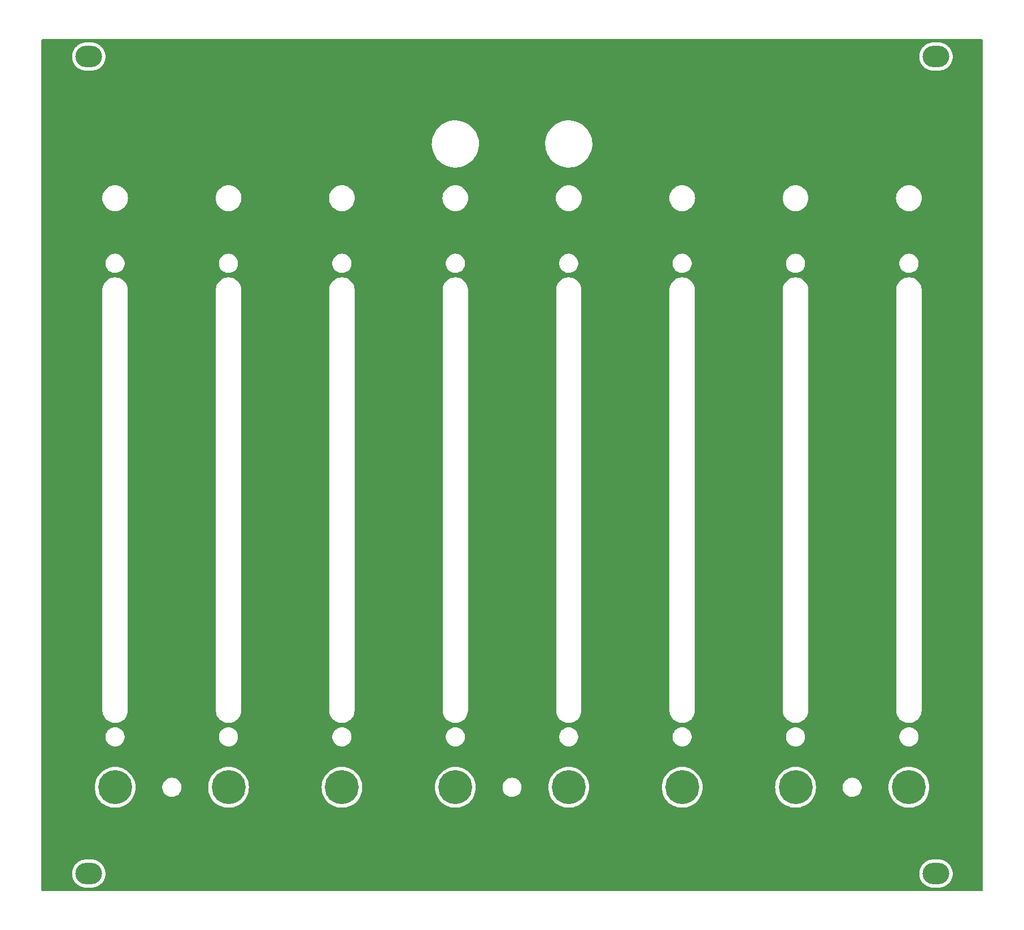
<source format=gtl>
G04 #@! TF.GenerationSoftware,KiCad,Pcbnew,7.0.8*
G04 #@! TF.CreationDate,2024-09-22T21:54:42-04:00*
G04 #@! TF.ProjectId,lichen-freddie-panel,6c696368-656e-42d6-9672-65646469652d,1.0*
G04 #@! TF.SameCoordinates,Original*
G04 #@! TF.FileFunction,Copper,L1,Top*
G04 #@! TF.FilePolarity,Positive*
%FSLAX46Y46*%
G04 Gerber Fmt 4.6, Leading zero omitted, Abs format (unit mm)*
G04 Created by KiCad (PCBNEW 7.0.8) date 2024-09-22 21:54:42*
%MOMM*%
%LPD*%
G01*
G04 APERTURE LIST*
G04 Aperture macros list*
%AMRoundRect*
0 Rectangle with rounded corners*
0 $1 Rounding radius*
0 $2 $3 $4 $5 $6 $7 $8 $9 X,Y pos of 4 corners*
0 Add a 4 corners polygon primitive as box body*
4,1,4,$2,$3,$4,$5,$6,$7,$8,$9,$2,$3,0*
0 Add four circle primitives for the rounded corners*
1,1,$1+$1,$2,$3*
1,1,$1+$1,$4,$5*
1,1,$1+$1,$6,$7*
1,1,$1+$1,$8,$9*
0 Add four rect primitives between the rounded corners*
20,1,$1+$1,$2,$3,$4,$5,0*
20,1,$1+$1,$4,$5,$6,$7,0*
20,1,$1+$1,$6,$7,$8,$9,0*
20,1,$1+$1,$8,$9,$2,$3,0*%
G04 Aperture macros list end*
G04 #@! TA.AperFunction,WasherPad*
%ADD10C,5.100000*%
G04 #@! TD*
G04 #@! TA.AperFunction,WasherPad*
%ADD11RoundRect,1.600000X0.400000X0.000000X-0.400000X0.000000X-0.400000X0.000000X0.400000X0.000000X0*%
G04 #@! TD*
G04 #@! TA.AperFunction,WasherPad*
%ADD12RoundRect,1.600000X-0.400000X0.000000X0.400000X0.000000X0.400000X0.000000X-0.400000X0.000000X0*%
G04 #@! TD*
G04 APERTURE END LIST*
D10*
X179450000Y-212577000D03*
D11*
X234500000Y-103000000D03*
D10*
X128450000Y-212577000D03*
X111450000Y-212577000D03*
D12*
X107500000Y-103000000D03*
D11*
X234500000Y-225500000D03*
D12*
X107500000Y-225500000D03*
D10*
X213450000Y-212577000D03*
X230450000Y-212577000D03*
X145450000Y-212577000D03*
X196450000Y-212577000D03*
X162450000Y-212577000D03*
G04 #@! TA.AperFunction,NonConductor*
G36*
X241442539Y-100420185D02*
G01*
X241488294Y-100472989D01*
X241499500Y-100524500D01*
X241499500Y-227975500D01*
X241479815Y-228042539D01*
X241427011Y-228088294D01*
X241375500Y-228099500D01*
X100524500Y-228099500D01*
X100457461Y-228079815D01*
X100411706Y-228027011D01*
X100400500Y-227975500D01*
X100400500Y-225643679D01*
X104999500Y-225643679D01*
X104999985Y-225647210D01*
X105003059Y-225669574D01*
X105003553Y-225674826D01*
X105005630Y-225715304D01*
X105005631Y-225715321D01*
X105023949Y-225821557D01*
X105038629Y-225928359D01*
X105047482Y-225959961D01*
X105048879Y-225966153D01*
X105054453Y-225998480D01*
X105054455Y-225998486D01*
X105087070Y-226101248D01*
X105116156Y-226205058D01*
X105116157Y-226205060D01*
X105129226Y-226235149D01*
X105131454Y-226241094D01*
X105141383Y-226272375D01*
X105141385Y-226272381D01*
X105187685Y-226369736D01*
X105230636Y-226468619D01*
X105230636Y-226468620D01*
X105247691Y-226496667D01*
X105250706Y-226502251D01*
X105264799Y-226531882D01*
X105323927Y-226622030D01*
X105379945Y-226714147D01*
X105392771Y-226729912D01*
X105400653Y-226739601D01*
X105404395Y-226744714D01*
X105422400Y-226772164D01*
X105422402Y-226772167D01*
X105493250Y-226853418D01*
X105561289Y-226937050D01*
X105561291Y-226937052D01*
X105561292Y-226937053D01*
X105585270Y-226959447D01*
X105585278Y-226959454D01*
X105589681Y-226964010D01*
X105611252Y-226988748D01*
X105692497Y-227059590D01*
X105771296Y-227133184D01*
X105771298Y-227133185D01*
X105771302Y-227133189D01*
X105798108Y-227152110D01*
X105803104Y-227156035D01*
X105803109Y-227156039D01*
X105827836Y-227177600D01*
X105917990Y-227236732D01*
X106006064Y-227298901D01*
X106006068Y-227298903D01*
X106035195Y-227313995D01*
X106040675Y-227317200D01*
X106068118Y-227335201D01*
X106165488Y-227381508D01*
X106261203Y-227431104D01*
X106283877Y-227439162D01*
X106292118Y-227442091D01*
X106297986Y-227444522D01*
X106308247Y-227449401D01*
X106327622Y-227458616D01*
X106430384Y-227491231D01*
X106531968Y-227527334D01*
X106531969Y-227527334D01*
X106531971Y-227527335D01*
X106540342Y-227529074D01*
X106564109Y-227534013D01*
X106570221Y-227535613D01*
X106601514Y-227545545D01*
X106707758Y-227563863D01*
X106813314Y-227585798D01*
X106846046Y-227588037D01*
X106852347Y-227588793D01*
X106884692Y-227594370D01*
X106934513Y-227596924D01*
X107004257Y-227600500D01*
X107004264Y-227600500D01*
X107995743Y-227600500D01*
X108115302Y-227594371D01*
X108147643Y-227588795D01*
X108153952Y-227588037D01*
X108163878Y-227587357D01*
X108186686Y-227585798D01*
X108292241Y-227563863D01*
X108398486Y-227545545D01*
X108429765Y-227535617D01*
X108435891Y-227534012D01*
X108468032Y-227527334D01*
X108569615Y-227491231D01*
X108672378Y-227458616D01*
X108702028Y-227444514D01*
X108707865Y-227442096D01*
X108738797Y-227431104D01*
X108834511Y-227381508D01*
X108931882Y-227335201D01*
X108959324Y-227317200D01*
X108964793Y-227314000D01*
X108993936Y-227298901D01*
X109082009Y-227236732D01*
X109172164Y-227177600D01*
X109196898Y-227156031D01*
X109201866Y-227152127D01*
X109228698Y-227133189D01*
X109307502Y-227059590D01*
X109388748Y-226988748D01*
X109410317Y-226964010D01*
X109414718Y-226959456D01*
X109438708Y-226937053D01*
X109506749Y-226853418D01*
X109577600Y-226772164D01*
X109595601Y-226744717D01*
X109599335Y-226739613D01*
X109620055Y-226714147D01*
X109676072Y-226622030D01*
X109735201Y-226531882D01*
X109749297Y-226502241D01*
X109752308Y-226496667D01*
X109762640Y-226479675D01*
X109769361Y-226468626D01*
X109769362Y-226468623D01*
X109812314Y-226369736D01*
X109858611Y-226272388D01*
X109858616Y-226272378D01*
X109868548Y-226241082D01*
X109870765Y-226235165D01*
X109883844Y-226205058D01*
X109912929Y-226101248D01*
X109945545Y-225998486D01*
X109951124Y-225966122D01*
X109952516Y-225959961D01*
X109961371Y-225928358D01*
X109976050Y-225821558D01*
X109994370Y-225715308D01*
X109996445Y-225674825D01*
X109996940Y-225669574D01*
X110000499Y-225643682D01*
X110000500Y-225643681D01*
X110000500Y-225643679D01*
X231999500Y-225643679D01*
X231999985Y-225647210D01*
X232003059Y-225669574D01*
X232003553Y-225674826D01*
X232005630Y-225715304D01*
X232005631Y-225715321D01*
X232023949Y-225821557D01*
X232038629Y-225928359D01*
X232047482Y-225959961D01*
X232048879Y-225966153D01*
X232054453Y-225998480D01*
X232054455Y-225998486D01*
X232087070Y-226101248D01*
X232116156Y-226205058D01*
X232116157Y-226205060D01*
X232129226Y-226235149D01*
X232131454Y-226241094D01*
X232141383Y-226272375D01*
X232141385Y-226272381D01*
X232187685Y-226369736D01*
X232230636Y-226468619D01*
X232230636Y-226468620D01*
X232247691Y-226496667D01*
X232250706Y-226502251D01*
X232264799Y-226531882D01*
X232323927Y-226622030D01*
X232379945Y-226714147D01*
X232392771Y-226729912D01*
X232400653Y-226739601D01*
X232404395Y-226744714D01*
X232422400Y-226772164D01*
X232422402Y-226772167D01*
X232493250Y-226853418D01*
X232561289Y-226937050D01*
X232561291Y-226937052D01*
X232561292Y-226937053D01*
X232585270Y-226959447D01*
X232585278Y-226959454D01*
X232589681Y-226964010D01*
X232611252Y-226988748D01*
X232692497Y-227059590D01*
X232771296Y-227133184D01*
X232771298Y-227133185D01*
X232771302Y-227133189D01*
X232798108Y-227152110D01*
X232803104Y-227156035D01*
X232803109Y-227156039D01*
X232827836Y-227177600D01*
X232917990Y-227236732D01*
X233006064Y-227298901D01*
X233006068Y-227298903D01*
X233035195Y-227313995D01*
X233040675Y-227317200D01*
X233068118Y-227335201D01*
X233165488Y-227381508D01*
X233261203Y-227431104D01*
X233283877Y-227439162D01*
X233292118Y-227442091D01*
X233297986Y-227444522D01*
X233308247Y-227449401D01*
X233327622Y-227458616D01*
X233430384Y-227491231D01*
X233531968Y-227527334D01*
X233531969Y-227527334D01*
X233531971Y-227527335D01*
X233540342Y-227529074D01*
X233564109Y-227534013D01*
X233570221Y-227535613D01*
X233601514Y-227545545D01*
X233707758Y-227563863D01*
X233813314Y-227585798D01*
X233846046Y-227588037D01*
X233852347Y-227588793D01*
X233884692Y-227594370D01*
X233934513Y-227596924D01*
X234004257Y-227600500D01*
X234004264Y-227600500D01*
X234995743Y-227600500D01*
X235115302Y-227594371D01*
X235147643Y-227588795D01*
X235153952Y-227588037D01*
X235163878Y-227587357D01*
X235186686Y-227585798D01*
X235292241Y-227563863D01*
X235398486Y-227545545D01*
X235429765Y-227535617D01*
X235435891Y-227534012D01*
X235468032Y-227527334D01*
X235569615Y-227491231D01*
X235672378Y-227458616D01*
X235702028Y-227444514D01*
X235707865Y-227442096D01*
X235738797Y-227431104D01*
X235834511Y-227381508D01*
X235931882Y-227335201D01*
X235959324Y-227317200D01*
X235964793Y-227314000D01*
X235993936Y-227298901D01*
X236082009Y-227236732D01*
X236172164Y-227177600D01*
X236196898Y-227156031D01*
X236201866Y-227152127D01*
X236228698Y-227133189D01*
X236307502Y-227059590D01*
X236388748Y-226988748D01*
X236410317Y-226964010D01*
X236414718Y-226959456D01*
X236438708Y-226937053D01*
X236506749Y-226853418D01*
X236577600Y-226772164D01*
X236595601Y-226744717D01*
X236599335Y-226739613D01*
X236620055Y-226714147D01*
X236676072Y-226622030D01*
X236735201Y-226531882D01*
X236749297Y-226502241D01*
X236752308Y-226496667D01*
X236762640Y-226479675D01*
X236769361Y-226468626D01*
X236769362Y-226468623D01*
X236812314Y-226369736D01*
X236858611Y-226272388D01*
X236858616Y-226272378D01*
X236868548Y-226241082D01*
X236870765Y-226235165D01*
X236883844Y-226205058D01*
X236912929Y-226101248D01*
X236945545Y-225998486D01*
X236951124Y-225966122D01*
X236952516Y-225959961D01*
X236961371Y-225928358D01*
X236976050Y-225821558D01*
X236994370Y-225715308D01*
X236996445Y-225674825D01*
X236996940Y-225669574D01*
X237000499Y-225643682D01*
X237000500Y-225643681D01*
X237000500Y-225356324D01*
X236996940Y-225330424D01*
X236996445Y-225325173D01*
X236994370Y-225284692D01*
X236976050Y-225178441D01*
X236961371Y-225071642D01*
X236952517Y-225040040D01*
X236951120Y-225033851D01*
X236945545Y-225001514D01*
X236912929Y-224898751D01*
X236883844Y-224794942D01*
X236870765Y-224764832D01*
X236868543Y-224758903D01*
X236858616Y-224727622D01*
X236812314Y-224630263D01*
X236769361Y-224531375D01*
X236752306Y-224503330D01*
X236749293Y-224497749D01*
X236735204Y-224468124D01*
X236735201Y-224468118D01*
X236676072Y-224377969D01*
X236620055Y-224285853D01*
X236599344Y-224260396D01*
X236595595Y-224255272D01*
X236577602Y-224227838D01*
X236506749Y-224146581D01*
X236438712Y-224062952D01*
X236438708Y-224062947D01*
X236414717Y-224040540D01*
X236410317Y-224035989D01*
X236388748Y-224011252D01*
X236307502Y-223940409D01*
X236228701Y-223866813D01*
X236224392Y-223863771D01*
X236201884Y-223847883D01*
X236196900Y-223843969D01*
X236172164Y-223822400D01*
X236082009Y-223763267D01*
X235993936Y-223701099D01*
X235964797Y-223686000D01*
X235959329Y-223682802D01*
X235931882Y-223664799D01*
X235931878Y-223664797D01*
X235931873Y-223664794D01*
X235834511Y-223618491D01*
X235738796Y-223568895D01*
X235738792Y-223568894D01*
X235707874Y-223557905D01*
X235702006Y-223555474D01*
X235672385Y-223541386D01*
X235672380Y-223541385D01*
X235672378Y-223541384D01*
X235569615Y-223508768D01*
X235468044Y-223472670D01*
X235468038Y-223472668D01*
X235468032Y-223472666D01*
X235435903Y-223465988D01*
X235429762Y-223464380D01*
X235398497Y-223454458D01*
X235398489Y-223454456D01*
X235398486Y-223454455D01*
X235398482Y-223454454D01*
X235398481Y-223454454D01*
X235292241Y-223436136D01*
X235186686Y-223414202D01*
X235186681Y-223414201D01*
X235186682Y-223414201D01*
X235153943Y-223411961D01*
X235147647Y-223411205D01*
X235134199Y-223408886D01*
X235115312Y-223405630D01*
X235115297Y-223405628D01*
X234995743Y-223399500D01*
X234995736Y-223399500D01*
X234004264Y-223399500D01*
X234004257Y-223399500D01*
X233884706Y-223405628D01*
X233884678Y-223405631D01*
X233852348Y-223411204D01*
X233846048Y-223411961D01*
X233813319Y-223414201D01*
X233707758Y-223436136D01*
X233601516Y-223454454D01*
X233601502Y-223454458D01*
X233570241Y-223464379D01*
X233564100Y-223465987D01*
X233531980Y-223472662D01*
X233531954Y-223472670D01*
X233430384Y-223508768D01*
X233327618Y-223541385D01*
X233297989Y-223555476D01*
X233292124Y-223557906D01*
X233261200Y-223568897D01*
X233165488Y-223618491D01*
X233068120Y-223664797D01*
X233068112Y-223664802D01*
X233040676Y-223682798D01*
X233035193Y-223686005D01*
X233006064Y-223701098D01*
X232917990Y-223763267D01*
X232827836Y-223822400D01*
X232827827Y-223822406D01*
X232803102Y-223843965D01*
X232798110Y-223847887D01*
X232771311Y-223866803D01*
X232771294Y-223866817D01*
X232692497Y-223940409D01*
X232611258Y-224011246D01*
X232611256Y-224011247D01*
X232589691Y-224035978D01*
X232585280Y-224040542D01*
X232561293Y-224062944D01*
X232561292Y-224062945D01*
X232493250Y-224146581D01*
X232422398Y-224227837D01*
X232422395Y-224227842D01*
X232404403Y-224255273D01*
X232400654Y-224260396D01*
X232379943Y-224285855D01*
X232379941Y-224285858D01*
X232323927Y-224377969D01*
X232264800Y-224468115D01*
X232250706Y-224497747D01*
X232247691Y-224503330D01*
X232230640Y-224531372D01*
X232187685Y-224630263D01*
X232141384Y-224727620D01*
X232141383Y-224727622D01*
X232131454Y-224758904D01*
X232129227Y-224764846D01*
X232116156Y-224794942D01*
X232087070Y-224898751D01*
X232054455Y-225001513D01*
X232048879Y-225033847D01*
X232047482Y-225040040D01*
X232038629Y-225071642D01*
X232038629Y-225071643D01*
X232023949Y-225178442D01*
X232005632Y-225284675D01*
X232005630Y-225284695D01*
X232003555Y-225325151D01*
X232003059Y-225330415D01*
X231999500Y-225356316D01*
X231999500Y-225643679D01*
X110000500Y-225643679D01*
X110000500Y-225356324D01*
X109996940Y-225330424D01*
X109996445Y-225325173D01*
X109994370Y-225284692D01*
X109976050Y-225178441D01*
X109961371Y-225071642D01*
X109952517Y-225040040D01*
X109951120Y-225033851D01*
X109945545Y-225001514D01*
X109912929Y-224898751D01*
X109883844Y-224794942D01*
X109870765Y-224764832D01*
X109868543Y-224758903D01*
X109858616Y-224727622D01*
X109812314Y-224630263D01*
X109769361Y-224531375D01*
X109752306Y-224503330D01*
X109749293Y-224497749D01*
X109735204Y-224468124D01*
X109735201Y-224468118D01*
X109676072Y-224377969D01*
X109620055Y-224285853D01*
X109599344Y-224260396D01*
X109595595Y-224255272D01*
X109577602Y-224227838D01*
X109506749Y-224146581D01*
X109438712Y-224062952D01*
X109438708Y-224062947D01*
X109414717Y-224040540D01*
X109410317Y-224035989D01*
X109388748Y-224011252D01*
X109307502Y-223940409D01*
X109228701Y-223866813D01*
X109224392Y-223863771D01*
X109201884Y-223847883D01*
X109196900Y-223843969D01*
X109172164Y-223822400D01*
X109082009Y-223763267D01*
X108993936Y-223701099D01*
X108964797Y-223686000D01*
X108959329Y-223682802D01*
X108931882Y-223664799D01*
X108931878Y-223664797D01*
X108931873Y-223664794D01*
X108834511Y-223618491D01*
X108738796Y-223568895D01*
X108738792Y-223568894D01*
X108707874Y-223557905D01*
X108702006Y-223555474D01*
X108672385Y-223541386D01*
X108672380Y-223541385D01*
X108672378Y-223541384D01*
X108569615Y-223508768D01*
X108468044Y-223472670D01*
X108468038Y-223472668D01*
X108468032Y-223472666D01*
X108435903Y-223465988D01*
X108429762Y-223464380D01*
X108398497Y-223454458D01*
X108398489Y-223454456D01*
X108398486Y-223454455D01*
X108398482Y-223454454D01*
X108398481Y-223454454D01*
X108292241Y-223436136D01*
X108186686Y-223414202D01*
X108186681Y-223414201D01*
X108186682Y-223414201D01*
X108153943Y-223411961D01*
X108147647Y-223411205D01*
X108134199Y-223408886D01*
X108115312Y-223405630D01*
X108115297Y-223405628D01*
X107995743Y-223399500D01*
X107995736Y-223399500D01*
X107004264Y-223399500D01*
X107004257Y-223399500D01*
X106884706Y-223405628D01*
X106884678Y-223405631D01*
X106852348Y-223411204D01*
X106846048Y-223411961D01*
X106813319Y-223414201D01*
X106707758Y-223436136D01*
X106601516Y-223454454D01*
X106601502Y-223454458D01*
X106570241Y-223464379D01*
X106564100Y-223465987D01*
X106531980Y-223472662D01*
X106531954Y-223472670D01*
X106430384Y-223508768D01*
X106327618Y-223541385D01*
X106297989Y-223555476D01*
X106292124Y-223557906D01*
X106261200Y-223568897D01*
X106165488Y-223618491D01*
X106068120Y-223664797D01*
X106068112Y-223664802D01*
X106040676Y-223682798D01*
X106035193Y-223686005D01*
X106006064Y-223701098D01*
X105917990Y-223763267D01*
X105827836Y-223822400D01*
X105827827Y-223822406D01*
X105803102Y-223843965D01*
X105798110Y-223847887D01*
X105771311Y-223866803D01*
X105771294Y-223866817D01*
X105692497Y-223940409D01*
X105611258Y-224011246D01*
X105611256Y-224011247D01*
X105589691Y-224035978D01*
X105585280Y-224040542D01*
X105561293Y-224062944D01*
X105561292Y-224062945D01*
X105493250Y-224146581D01*
X105422398Y-224227837D01*
X105422395Y-224227842D01*
X105404403Y-224255273D01*
X105400654Y-224260396D01*
X105379943Y-224285855D01*
X105379941Y-224285858D01*
X105323927Y-224377969D01*
X105264800Y-224468115D01*
X105250706Y-224497747D01*
X105247691Y-224503330D01*
X105230640Y-224531372D01*
X105187685Y-224630263D01*
X105141384Y-224727620D01*
X105141383Y-224727622D01*
X105131454Y-224758904D01*
X105129227Y-224764846D01*
X105116156Y-224794942D01*
X105087070Y-224898751D01*
X105054455Y-225001513D01*
X105048879Y-225033847D01*
X105047482Y-225040040D01*
X105038629Y-225071642D01*
X105038629Y-225071643D01*
X105023949Y-225178442D01*
X105005632Y-225284675D01*
X105005630Y-225284695D01*
X105003555Y-225325151D01*
X105003059Y-225330415D01*
X104999500Y-225356316D01*
X104999500Y-225643679D01*
X100400500Y-225643679D01*
X100400500Y-212577000D01*
X108394693Y-212577000D01*
X108413903Y-212919081D01*
X108413905Y-212919093D01*
X108471295Y-213256866D01*
X108471297Y-213256875D01*
X108541766Y-213501479D01*
X108566147Y-213586104D01*
X108617357Y-213709735D01*
X108697263Y-213902646D01*
X108862998Y-214202521D01*
X109061269Y-214481959D01*
X109289570Y-214737426D01*
X109289573Y-214737429D01*
X109545040Y-214965730D01*
X109545046Y-214965734D01*
X109545047Y-214965735D01*
X109824479Y-215164002D01*
X110124352Y-215329736D01*
X110440896Y-215460853D01*
X110770130Y-215555704D01*
X111107914Y-215613096D01*
X111450000Y-215632307D01*
X111792086Y-215613096D01*
X112129870Y-215555704D01*
X112459104Y-215460853D01*
X112775648Y-215329736D01*
X113075521Y-215164002D01*
X113354953Y-214965735D01*
X113610428Y-214737428D01*
X113838735Y-214481953D01*
X114037002Y-214202521D01*
X114202736Y-213902648D01*
X114333853Y-213586104D01*
X114428704Y-213256870D01*
X114486096Y-212919086D01*
X114498650Y-212695534D01*
X118519500Y-212695534D01*
X118558520Y-212929373D01*
X118635493Y-213153587D01*
X118635496Y-213153595D01*
X118748327Y-213362088D01*
X118893940Y-213549172D01*
X118893943Y-213549175D01*
X119068356Y-213709734D01*
X119068355Y-213709734D01*
X119266824Y-213839399D01*
X119483924Y-213934629D01*
X119541378Y-213949178D01*
X119713740Y-213992826D01*
X119890829Y-214007500D01*
X119890831Y-214007500D01*
X120009169Y-214007500D01*
X120009171Y-214007500D01*
X120186260Y-213992826D01*
X120416075Y-213934629D01*
X120633176Y-213839399D01*
X120831643Y-213709735D01*
X121006060Y-213549172D01*
X121151671Y-213362091D01*
X121264504Y-213153595D01*
X121341480Y-212929371D01*
X121380500Y-212695535D01*
X121380500Y-212577000D01*
X125394693Y-212577000D01*
X125413903Y-212919081D01*
X125413905Y-212919093D01*
X125471295Y-213256866D01*
X125471297Y-213256875D01*
X125541766Y-213501479D01*
X125566147Y-213586104D01*
X125617357Y-213709735D01*
X125697263Y-213902646D01*
X125862998Y-214202521D01*
X126061269Y-214481959D01*
X126289570Y-214737426D01*
X126289573Y-214737429D01*
X126545040Y-214965730D01*
X126545046Y-214965734D01*
X126545047Y-214965735D01*
X126824479Y-215164002D01*
X127124352Y-215329736D01*
X127440896Y-215460853D01*
X127770130Y-215555704D01*
X128107914Y-215613096D01*
X128450000Y-215632307D01*
X128792086Y-215613096D01*
X129129870Y-215555704D01*
X129459104Y-215460853D01*
X129775648Y-215329736D01*
X130075521Y-215164002D01*
X130354953Y-214965735D01*
X130610428Y-214737428D01*
X130838735Y-214481953D01*
X131037002Y-214202521D01*
X131202736Y-213902648D01*
X131333853Y-213586104D01*
X131428704Y-213256870D01*
X131486096Y-212919086D01*
X131505307Y-212577000D01*
X142394693Y-212577000D01*
X142413903Y-212919081D01*
X142413905Y-212919093D01*
X142471295Y-213256866D01*
X142471297Y-213256875D01*
X142541766Y-213501479D01*
X142566147Y-213586104D01*
X142617357Y-213709735D01*
X142697263Y-213902646D01*
X142862998Y-214202521D01*
X143061269Y-214481959D01*
X143289570Y-214737426D01*
X143289573Y-214737429D01*
X143545040Y-214965730D01*
X143545046Y-214965734D01*
X143545047Y-214965735D01*
X143824479Y-215164002D01*
X144124352Y-215329736D01*
X144440896Y-215460853D01*
X144770130Y-215555704D01*
X145107914Y-215613096D01*
X145450000Y-215632307D01*
X145792086Y-215613096D01*
X146129870Y-215555704D01*
X146459104Y-215460853D01*
X146775648Y-215329736D01*
X147075521Y-215164002D01*
X147354953Y-214965735D01*
X147610428Y-214737428D01*
X147838735Y-214481953D01*
X148037002Y-214202521D01*
X148202736Y-213902648D01*
X148333853Y-213586104D01*
X148428704Y-213256870D01*
X148486096Y-212919086D01*
X148505307Y-212577000D01*
X159394693Y-212577000D01*
X159413903Y-212919081D01*
X159413905Y-212919093D01*
X159471295Y-213256866D01*
X159471297Y-213256875D01*
X159541766Y-213501479D01*
X159566147Y-213586104D01*
X159617357Y-213709735D01*
X159697263Y-213902646D01*
X159862998Y-214202521D01*
X160061269Y-214481959D01*
X160289570Y-214737426D01*
X160289573Y-214737429D01*
X160545040Y-214965730D01*
X160545046Y-214965734D01*
X160545047Y-214965735D01*
X160824479Y-215164002D01*
X161124352Y-215329736D01*
X161440896Y-215460853D01*
X161770130Y-215555704D01*
X162107914Y-215613096D01*
X162450000Y-215632307D01*
X162792086Y-215613096D01*
X163129870Y-215555704D01*
X163459104Y-215460853D01*
X163775648Y-215329736D01*
X164075521Y-215164002D01*
X164354953Y-214965735D01*
X164610428Y-214737428D01*
X164838735Y-214481953D01*
X165037002Y-214202521D01*
X165202736Y-213902648D01*
X165333853Y-213586104D01*
X165428704Y-213256870D01*
X165486096Y-212919086D01*
X165498650Y-212695534D01*
X169519500Y-212695534D01*
X169558520Y-212929373D01*
X169635493Y-213153587D01*
X169635496Y-213153595D01*
X169748327Y-213362088D01*
X169893940Y-213549172D01*
X169893943Y-213549175D01*
X170068356Y-213709734D01*
X170068355Y-213709734D01*
X170266824Y-213839399D01*
X170483924Y-213934629D01*
X170541378Y-213949178D01*
X170713740Y-213992826D01*
X170890829Y-214007500D01*
X170890831Y-214007500D01*
X171009169Y-214007500D01*
X171009171Y-214007500D01*
X171186260Y-213992826D01*
X171416075Y-213934629D01*
X171633176Y-213839399D01*
X171831643Y-213709735D01*
X172006060Y-213549172D01*
X172151671Y-213362091D01*
X172264504Y-213153595D01*
X172341480Y-212929371D01*
X172380500Y-212695535D01*
X172380500Y-212577000D01*
X176394693Y-212577000D01*
X176413903Y-212919081D01*
X176413905Y-212919093D01*
X176471295Y-213256866D01*
X176471297Y-213256875D01*
X176541766Y-213501479D01*
X176566147Y-213586104D01*
X176617357Y-213709735D01*
X176697263Y-213902646D01*
X176862998Y-214202521D01*
X177061269Y-214481959D01*
X177289570Y-214737426D01*
X177289573Y-214737429D01*
X177545040Y-214965730D01*
X177545046Y-214965734D01*
X177545047Y-214965735D01*
X177824479Y-215164002D01*
X178124352Y-215329736D01*
X178440896Y-215460853D01*
X178770130Y-215555704D01*
X179107914Y-215613096D01*
X179450000Y-215632307D01*
X179792086Y-215613096D01*
X180129870Y-215555704D01*
X180459104Y-215460853D01*
X180775648Y-215329736D01*
X181075521Y-215164002D01*
X181354953Y-214965735D01*
X181610428Y-214737428D01*
X181838735Y-214481953D01*
X182037002Y-214202521D01*
X182202736Y-213902648D01*
X182333853Y-213586104D01*
X182428704Y-213256870D01*
X182486096Y-212919086D01*
X182505307Y-212577000D01*
X193394693Y-212577000D01*
X193413903Y-212919081D01*
X193413905Y-212919093D01*
X193471295Y-213256866D01*
X193471297Y-213256875D01*
X193541766Y-213501479D01*
X193566147Y-213586104D01*
X193617357Y-213709735D01*
X193697263Y-213902646D01*
X193862998Y-214202521D01*
X194061269Y-214481959D01*
X194289570Y-214737426D01*
X194289573Y-214737429D01*
X194545040Y-214965730D01*
X194545046Y-214965734D01*
X194545047Y-214965735D01*
X194824479Y-215164002D01*
X195124352Y-215329736D01*
X195440896Y-215460853D01*
X195770130Y-215555704D01*
X196107914Y-215613096D01*
X196450000Y-215632307D01*
X196792086Y-215613096D01*
X197129870Y-215555704D01*
X197459104Y-215460853D01*
X197775648Y-215329736D01*
X198075521Y-215164002D01*
X198354953Y-214965735D01*
X198610428Y-214737428D01*
X198838735Y-214481953D01*
X199037002Y-214202521D01*
X199202736Y-213902648D01*
X199333853Y-213586104D01*
X199428704Y-213256870D01*
X199486096Y-212919086D01*
X199505307Y-212577000D01*
X210394693Y-212577000D01*
X210413903Y-212919081D01*
X210413905Y-212919093D01*
X210471295Y-213256866D01*
X210471297Y-213256875D01*
X210541766Y-213501479D01*
X210566147Y-213586104D01*
X210617357Y-213709735D01*
X210697263Y-213902646D01*
X210862998Y-214202521D01*
X211061269Y-214481959D01*
X211289570Y-214737426D01*
X211289573Y-214737429D01*
X211545040Y-214965730D01*
X211545046Y-214965734D01*
X211545047Y-214965735D01*
X211824479Y-215164002D01*
X212124352Y-215329736D01*
X212440896Y-215460853D01*
X212770130Y-215555704D01*
X213107914Y-215613096D01*
X213450000Y-215632307D01*
X213792086Y-215613096D01*
X214129870Y-215555704D01*
X214459104Y-215460853D01*
X214775648Y-215329736D01*
X215075521Y-215164002D01*
X215354953Y-214965735D01*
X215610428Y-214737428D01*
X215838735Y-214481953D01*
X216037002Y-214202521D01*
X216202736Y-213902648D01*
X216333853Y-213586104D01*
X216428704Y-213256870D01*
X216486096Y-212919086D01*
X216498650Y-212695534D01*
X220519500Y-212695534D01*
X220558520Y-212929373D01*
X220635493Y-213153587D01*
X220635496Y-213153595D01*
X220748327Y-213362088D01*
X220893940Y-213549172D01*
X220893943Y-213549175D01*
X221068356Y-213709734D01*
X221068355Y-213709734D01*
X221266824Y-213839399D01*
X221483924Y-213934629D01*
X221541378Y-213949178D01*
X221713740Y-213992826D01*
X221890829Y-214007500D01*
X221890831Y-214007500D01*
X222009169Y-214007500D01*
X222009171Y-214007500D01*
X222186260Y-213992826D01*
X222416075Y-213934629D01*
X222633176Y-213839399D01*
X222831643Y-213709735D01*
X223006060Y-213549172D01*
X223151671Y-213362091D01*
X223264504Y-213153595D01*
X223341480Y-212929371D01*
X223380500Y-212695535D01*
X223380500Y-212577000D01*
X227394693Y-212577000D01*
X227413903Y-212919081D01*
X227413905Y-212919093D01*
X227471295Y-213256866D01*
X227471297Y-213256875D01*
X227541766Y-213501479D01*
X227566147Y-213586104D01*
X227617357Y-213709735D01*
X227697263Y-213902646D01*
X227862998Y-214202521D01*
X228061269Y-214481959D01*
X228289570Y-214737426D01*
X228289573Y-214737429D01*
X228545040Y-214965730D01*
X228545046Y-214965734D01*
X228545047Y-214965735D01*
X228824479Y-215164002D01*
X229124352Y-215329736D01*
X229440896Y-215460853D01*
X229770130Y-215555704D01*
X230107914Y-215613096D01*
X230450000Y-215632307D01*
X230792086Y-215613096D01*
X231129870Y-215555704D01*
X231459104Y-215460853D01*
X231775648Y-215329736D01*
X232075521Y-215164002D01*
X232354953Y-214965735D01*
X232610428Y-214737428D01*
X232838735Y-214481953D01*
X233037002Y-214202521D01*
X233202736Y-213902648D01*
X233333853Y-213586104D01*
X233428704Y-213256870D01*
X233486096Y-212919086D01*
X233505307Y-212577000D01*
X233486096Y-212234914D01*
X233428704Y-211897130D01*
X233333853Y-211567896D01*
X233202736Y-211251352D01*
X233037002Y-210951479D01*
X232838735Y-210672047D01*
X232838734Y-210672046D01*
X232838730Y-210672040D01*
X232610429Y-210416573D01*
X232610426Y-210416570D01*
X232354959Y-210188269D01*
X232075521Y-209989998D01*
X231775646Y-209824263D01*
X231710087Y-209797108D01*
X231459104Y-209693147D01*
X231374479Y-209668766D01*
X231129875Y-209598297D01*
X231129866Y-209598295D01*
X230792093Y-209540905D01*
X230792081Y-209540903D01*
X230450000Y-209521693D01*
X230107918Y-209540903D01*
X230107906Y-209540905D01*
X229770133Y-209598295D01*
X229770124Y-209598297D01*
X229440899Y-209693146D01*
X229440896Y-209693147D01*
X229348184Y-209731549D01*
X229124353Y-209824263D01*
X228824478Y-209989998D01*
X228545040Y-210188269D01*
X228289573Y-210416570D01*
X228289570Y-210416573D01*
X228061269Y-210672040D01*
X227862998Y-210951478D01*
X227697263Y-211251353D01*
X227566146Y-211567899D01*
X227471297Y-211897124D01*
X227471295Y-211897133D01*
X227413905Y-212234906D01*
X227413903Y-212234918D01*
X227394693Y-212577000D01*
X223380500Y-212577000D01*
X223380500Y-212458465D01*
X223341480Y-212224629D01*
X223264504Y-212000405D01*
X223151671Y-211791909D01*
X223006060Y-211604828D01*
X222965941Y-211567896D01*
X222831643Y-211444265D01*
X222831644Y-211444265D01*
X222633175Y-211314600D01*
X222416075Y-211219370D01*
X222186256Y-211161173D01*
X222044346Y-211149414D01*
X222009171Y-211146500D01*
X221890829Y-211146500D01*
X221858831Y-211149151D01*
X221713743Y-211161173D01*
X221483924Y-211219370D01*
X221266824Y-211314600D01*
X221068355Y-211444265D01*
X220893943Y-211604824D01*
X220893940Y-211604827D01*
X220748327Y-211791911D01*
X220635496Y-212000404D01*
X220635493Y-212000412D01*
X220558520Y-212224626D01*
X220519500Y-212458465D01*
X220519500Y-212695534D01*
X216498650Y-212695534D01*
X216505307Y-212577000D01*
X216486096Y-212234914D01*
X216428704Y-211897130D01*
X216333853Y-211567896D01*
X216202736Y-211251352D01*
X216037002Y-210951479D01*
X215838735Y-210672047D01*
X215838734Y-210672046D01*
X215838730Y-210672040D01*
X215610429Y-210416573D01*
X215610426Y-210416570D01*
X215354959Y-210188269D01*
X215075521Y-209989998D01*
X214775646Y-209824263D01*
X214710087Y-209797108D01*
X214459104Y-209693147D01*
X214374479Y-209668766D01*
X214129875Y-209598297D01*
X214129866Y-209598295D01*
X213792093Y-209540905D01*
X213792081Y-209540903D01*
X213450000Y-209521693D01*
X213107918Y-209540903D01*
X213107906Y-209540905D01*
X212770133Y-209598295D01*
X212770124Y-209598297D01*
X212440899Y-209693146D01*
X212440896Y-209693147D01*
X212348184Y-209731549D01*
X212124353Y-209824263D01*
X211824478Y-209989998D01*
X211545040Y-210188269D01*
X211289573Y-210416570D01*
X211289570Y-210416573D01*
X211061269Y-210672040D01*
X210862998Y-210951478D01*
X210697263Y-211251353D01*
X210566146Y-211567899D01*
X210471297Y-211897124D01*
X210471295Y-211897133D01*
X210413905Y-212234906D01*
X210413903Y-212234918D01*
X210394693Y-212577000D01*
X199505307Y-212577000D01*
X199486096Y-212234914D01*
X199428704Y-211897130D01*
X199333853Y-211567896D01*
X199202736Y-211251352D01*
X199037002Y-210951479D01*
X198838735Y-210672047D01*
X198838734Y-210672046D01*
X198838730Y-210672040D01*
X198610429Y-210416573D01*
X198610426Y-210416570D01*
X198354959Y-210188269D01*
X198075521Y-209989998D01*
X197775646Y-209824263D01*
X197710087Y-209797108D01*
X197459104Y-209693147D01*
X197374479Y-209668766D01*
X197129875Y-209598297D01*
X197129866Y-209598295D01*
X196792093Y-209540905D01*
X196792081Y-209540903D01*
X196450000Y-209521693D01*
X196107918Y-209540903D01*
X196107906Y-209540905D01*
X195770133Y-209598295D01*
X195770124Y-209598297D01*
X195440899Y-209693146D01*
X195440896Y-209693147D01*
X195348184Y-209731549D01*
X195124353Y-209824263D01*
X194824478Y-209989998D01*
X194545040Y-210188269D01*
X194289573Y-210416570D01*
X194289570Y-210416573D01*
X194061269Y-210672040D01*
X193862998Y-210951478D01*
X193697263Y-211251353D01*
X193566146Y-211567899D01*
X193471297Y-211897124D01*
X193471295Y-211897133D01*
X193413905Y-212234906D01*
X193413903Y-212234918D01*
X193394693Y-212577000D01*
X182505307Y-212577000D01*
X182486096Y-212234914D01*
X182428704Y-211897130D01*
X182333853Y-211567896D01*
X182202736Y-211251352D01*
X182037002Y-210951479D01*
X181838735Y-210672047D01*
X181838734Y-210672046D01*
X181838730Y-210672040D01*
X181610429Y-210416573D01*
X181610426Y-210416570D01*
X181354959Y-210188269D01*
X181075521Y-209989998D01*
X180775646Y-209824263D01*
X180710087Y-209797108D01*
X180459104Y-209693147D01*
X180374479Y-209668766D01*
X180129875Y-209598297D01*
X180129866Y-209598295D01*
X179792093Y-209540905D01*
X179792081Y-209540903D01*
X179450000Y-209521693D01*
X179107918Y-209540903D01*
X179107906Y-209540905D01*
X178770133Y-209598295D01*
X178770124Y-209598297D01*
X178440899Y-209693146D01*
X178440896Y-209693147D01*
X178348184Y-209731549D01*
X178124353Y-209824263D01*
X177824478Y-209989998D01*
X177545040Y-210188269D01*
X177289573Y-210416570D01*
X177289570Y-210416573D01*
X177061269Y-210672040D01*
X176862998Y-210951478D01*
X176697263Y-211251353D01*
X176566146Y-211567899D01*
X176471297Y-211897124D01*
X176471295Y-211897133D01*
X176413905Y-212234906D01*
X176413903Y-212234918D01*
X176394693Y-212577000D01*
X172380500Y-212577000D01*
X172380500Y-212458465D01*
X172341480Y-212224629D01*
X172264504Y-212000405D01*
X172151671Y-211791909D01*
X172006060Y-211604828D01*
X171965941Y-211567896D01*
X171831643Y-211444265D01*
X171831644Y-211444265D01*
X171633175Y-211314600D01*
X171416075Y-211219370D01*
X171186256Y-211161173D01*
X171044346Y-211149414D01*
X171009171Y-211146500D01*
X170890829Y-211146500D01*
X170858831Y-211149151D01*
X170713743Y-211161173D01*
X170483924Y-211219370D01*
X170266824Y-211314600D01*
X170068355Y-211444265D01*
X169893943Y-211604824D01*
X169893940Y-211604827D01*
X169748327Y-211791911D01*
X169635496Y-212000404D01*
X169635493Y-212000412D01*
X169558520Y-212224626D01*
X169519500Y-212458465D01*
X169519500Y-212695534D01*
X165498650Y-212695534D01*
X165505307Y-212577000D01*
X165486096Y-212234914D01*
X165428704Y-211897130D01*
X165333853Y-211567896D01*
X165202736Y-211251352D01*
X165037002Y-210951479D01*
X164838735Y-210672047D01*
X164838734Y-210672046D01*
X164838730Y-210672040D01*
X164610429Y-210416573D01*
X164610426Y-210416570D01*
X164354959Y-210188269D01*
X164075521Y-209989998D01*
X163775646Y-209824263D01*
X163710087Y-209797108D01*
X163459104Y-209693147D01*
X163374479Y-209668766D01*
X163129875Y-209598297D01*
X163129866Y-209598295D01*
X162792093Y-209540905D01*
X162792081Y-209540903D01*
X162450000Y-209521693D01*
X162107918Y-209540903D01*
X162107906Y-209540905D01*
X161770133Y-209598295D01*
X161770124Y-209598297D01*
X161440899Y-209693146D01*
X161440896Y-209693147D01*
X161348184Y-209731549D01*
X161124353Y-209824263D01*
X160824478Y-209989998D01*
X160545040Y-210188269D01*
X160289573Y-210416570D01*
X160289570Y-210416573D01*
X160061269Y-210672040D01*
X159862998Y-210951478D01*
X159697263Y-211251353D01*
X159566146Y-211567899D01*
X159471297Y-211897124D01*
X159471295Y-211897133D01*
X159413905Y-212234906D01*
X159413903Y-212234918D01*
X159394693Y-212577000D01*
X148505307Y-212577000D01*
X148486096Y-212234914D01*
X148428704Y-211897130D01*
X148333853Y-211567896D01*
X148202736Y-211251352D01*
X148037002Y-210951479D01*
X147838735Y-210672047D01*
X147838734Y-210672046D01*
X147838730Y-210672040D01*
X147610429Y-210416573D01*
X147610426Y-210416570D01*
X147354959Y-210188269D01*
X147075521Y-209989998D01*
X146775646Y-209824263D01*
X146710087Y-209797108D01*
X146459104Y-209693147D01*
X146374479Y-209668766D01*
X146129875Y-209598297D01*
X146129866Y-209598295D01*
X145792093Y-209540905D01*
X145792081Y-209540903D01*
X145450000Y-209521693D01*
X145107918Y-209540903D01*
X145107906Y-209540905D01*
X144770133Y-209598295D01*
X144770124Y-209598297D01*
X144440899Y-209693146D01*
X144440896Y-209693147D01*
X144348184Y-209731549D01*
X144124353Y-209824263D01*
X143824478Y-209989998D01*
X143545040Y-210188269D01*
X143289573Y-210416570D01*
X143289570Y-210416573D01*
X143061269Y-210672040D01*
X142862998Y-210951478D01*
X142697263Y-211251353D01*
X142566146Y-211567899D01*
X142471297Y-211897124D01*
X142471295Y-211897133D01*
X142413905Y-212234906D01*
X142413903Y-212234918D01*
X142394693Y-212577000D01*
X131505307Y-212577000D01*
X131486096Y-212234914D01*
X131428704Y-211897130D01*
X131333853Y-211567896D01*
X131202736Y-211251352D01*
X131037002Y-210951479D01*
X130838735Y-210672047D01*
X130838734Y-210672046D01*
X130838730Y-210672040D01*
X130610429Y-210416573D01*
X130610426Y-210416570D01*
X130354959Y-210188269D01*
X130075521Y-209989998D01*
X129775646Y-209824263D01*
X129710087Y-209797108D01*
X129459104Y-209693147D01*
X129374479Y-209668766D01*
X129129875Y-209598297D01*
X129129866Y-209598295D01*
X128792093Y-209540905D01*
X128792081Y-209540903D01*
X128450000Y-209521693D01*
X128107918Y-209540903D01*
X128107906Y-209540905D01*
X127770133Y-209598295D01*
X127770124Y-209598297D01*
X127440899Y-209693146D01*
X127440896Y-209693147D01*
X127348184Y-209731549D01*
X127124353Y-209824263D01*
X126824478Y-209989998D01*
X126545040Y-210188269D01*
X126289573Y-210416570D01*
X126289570Y-210416573D01*
X126061269Y-210672040D01*
X125862998Y-210951478D01*
X125697263Y-211251353D01*
X125566146Y-211567899D01*
X125471297Y-211897124D01*
X125471295Y-211897133D01*
X125413905Y-212234906D01*
X125413903Y-212234918D01*
X125394693Y-212577000D01*
X121380500Y-212577000D01*
X121380500Y-212458465D01*
X121341480Y-212224629D01*
X121264504Y-212000405D01*
X121151671Y-211791909D01*
X121006060Y-211604828D01*
X120965941Y-211567896D01*
X120831643Y-211444265D01*
X120831644Y-211444265D01*
X120633175Y-211314600D01*
X120416075Y-211219370D01*
X120186256Y-211161173D01*
X120044346Y-211149414D01*
X120009171Y-211146500D01*
X119890829Y-211146500D01*
X119858831Y-211149151D01*
X119713743Y-211161173D01*
X119483924Y-211219370D01*
X119266824Y-211314600D01*
X119068355Y-211444265D01*
X118893943Y-211604824D01*
X118893940Y-211604827D01*
X118748327Y-211791911D01*
X118635496Y-212000404D01*
X118635493Y-212000412D01*
X118558520Y-212224626D01*
X118519500Y-212458465D01*
X118519500Y-212695534D01*
X114498650Y-212695534D01*
X114505307Y-212577000D01*
X114486096Y-212234914D01*
X114428704Y-211897130D01*
X114333853Y-211567896D01*
X114202736Y-211251352D01*
X114037002Y-210951479D01*
X113838735Y-210672047D01*
X113838734Y-210672046D01*
X113838730Y-210672040D01*
X113610429Y-210416573D01*
X113610426Y-210416570D01*
X113354959Y-210188269D01*
X113075521Y-209989998D01*
X112775646Y-209824263D01*
X112710087Y-209797108D01*
X112459104Y-209693147D01*
X112374479Y-209668766D01*
X112129875Y-209598297D01*
X112129866Y-209598295D01*
X111792093Y-209540905D01*
X111792081Y-209540903D01*
X111450000Y-209521693D01*
X111107918Y-209540903D01*
X111107906Y-209540905D01*
X110770133Y-209598295D01*
X110770124Y-209598297D01*
X110440899Y-209693146D01*
X110440896Y-209693147D01*
X110348184Y-209731549D01*
X110124353Y-209824263D01*
X109824478Y-209989998D01*
X109545040Y-210188269D01*
X109289573Y-210416570D01*
X109289570Y-210416573D01*
X109061269Y-210672040D01*
X108862998Y-210951478D01*
X108697263Y-211251353D01*
X108566146Y-211567899D01*
X108471297Y-211897124D01*
X108471295Y-211897133D01*
X108413905Y-212234906D01*
X108413903Y-212234918D01*
X108394693Y-212577000D01*
X100400500Y-212577000D01*
X100400500Y-205126534D01*
X110019500Y-205126534D01*
X110058520Y-205360373D01*
X110135493Y-205584587D01*
X110135496Y-205584595D01*
X110248327Y-205793088D01*
X110393940Y-205980172D01*
X110393943Y-205980175D01*
X110568356Y-206140734D01*
X110568355Y-206140734D01*
X110766824Y-206270399D01*
X110983924Y-206365629D01*
X111041378Y-206380178D01*
X111213740Y-206423826D01*
X111390829Y-206438500D01*
X111390831Y-206438500D01*
X111509169Y-206438500D01*
X111509171Y-206438500D01*
X111686260Y-206423826D01*
X111916075Y-206365629D01*
X112133176Y-206270399D01*
X112331643Y-206140735D01*
X112506060Y-205980172D01*
X112651671Y-205793091D01*
X112764504Y-205584595D01*
X112841480Y-205360371D01*
X112880500Y-205126535D01*
X112880500Y-205126534D01*
X127019500Y-205126534D01*
X127058520Y-205360373D01*
X127135493Y-205584587D01*
X127135496Y-205584595D01*
X127248327Y-205793088D01*
X127393940Y-205980172D01*
X127393943Y-205980175D01*
X127568356Y-206140734D01*
X127568355Y-206140734D01*
X127766824Y-206270399D01*
X127983924Y-206365629D01*
X128041378Y-206380178D01*
X128213740Y-206423826D01*
X128390829Y-206438500D01*
X128390831Y-206438500D01*
X128509169Y-206438500D01*
X128509171Y-206438500D01*
X128686260Y-206423826D01*
X128916075Y-206365629D01*
X129133176Y-206270399D01*
X129331643Y-206140735D01*
X129506060Y-205980172D01*
X129651671Y-205793091D01*
X129764504Y-205584595D01*
X129841480Y-205360371D01*
X129880500Y-205126535D01*
X129880500Y-205126534D01*
X144019500Y-205126534D01*
X144058520Y-205360373D01*
X144135493Y-205584587D01*
X144135496Y-205584595D01*
X144248327Y-205793088D01*
X144393940Y-205980172D01*
X144393943Y-205980175D01*
X144568356Y-206140734D01*
X144568355Y-206140734D01*
X144766824Y-206270399D01*
X144983924Y-206365629D01*
X145041378Y-206380178D01*
X145213740Y-206423826D01*
X145390829Y-206438500D01*
X145390831Y-206438500D01*
X145509169Y-206438500D01*
X145509171Y-206438500D01*
X145686260Y-206423826D01*
X145916075Y-206365629D01*
X146133176Y-206270399D01*
X146331643Y-206140735D01*
X146506060Y-205980172D01*
X146651671Y-205793091D01*
X146764504Y-205584595D01*
X146841480Y-205360371D01*
X146880500Y-205126535D01*
X146880500Y-205126534D01*
X161019500Y-205126534D01*
X161058520Y-205360373D01*
X161135493Y-205584587D01*
X161135496Y-205584595D01*
X161248327Y-205793088D01*
X161393940Y-205980172D01*
X161393943Y-205980175D01*
X161568356Y-206140734D01*
X161568355Y-206140734D01*
X161766824Y-206270399D01*
X161983924Y-206365629D01*
X162041378Y-206380178D01*
X162213740Y-206423826D01*
X162390829Y-206438500D01*
X162390831Y-206438500D01*
X162509169Y-206438500D01*
X162509171Y-206438500D01*
X162686260Y-206423826D01*
X162916075Y-206365629D01*
X163133176Y-206270399D01*
X163331643Y-206140735D01*
X163506060Y-205980172D01*
X163651671Y-205793091D01*
X163764504Y-205584595D01*
X163841480Y-205360371D01*
X163880500Y-205126535D01*
X163880500Y-205126534D01*
X178019500Y-205126534D01*
X178058520Y-205360373D01*
X178135493Y-205584587D01*
X178135496Y-205584595D01*
X178248327Y-205793088D01*
X178393940Y-205980172D01*
X178393943Y-205980175D01*
X178568356Y-206140734D01*
X178568355Y-206140734D01*
X178766824Y-206270399D01*
X178983924Y-206365629D01*
X179041378Y-206380178D01*
X179213740Y-206423826D01*
X179390829Y-206438500D01*
X179390831Y-206438500D01*
X179509169Y-206438500D01*
X179509171Y-206438500D01*
X179686260Y-206423826D01*
X179916075Y-206365629D01*
X180133176Y-206270399D01*
X180331643Y-206140735D01*
X180506060Y-205980172D01*
X180651671Y-205793091D01*
X180764504Y-205584595D01*
X180841480Y-205360371D01*
X180880500Y-205126535D01*
X180880500Y-205126534D01*
X195019500Y-205126534D01*
X195058520Y-205360373D01*
X195135493Y-205584587D01*
X195135496Y-205584595D01*
X195248327Y-205793088D01*
X195393940Y-205980172D01*
X195393943Y-205980175D01*
X195568356Y-206140734D01*
X195568355Y-206140734D01*
X195766824Y-206270399D01*
X195983924Y-206365629D01*
X196041378Y-206380178D01*
X196213740Y-206423826D01*
X196390829Y-206438500D01*
X196390831Y-206438500D01*
X196509169Y-206438500D01*
X196509171Y-206438500D01*
X196686260Y-206423826D01*
X196916075Y-206365629D01*
X197133176Y-206270399D01*
X197331643Y-206140735D01*
X197506060Y-205980172D01*
X197651671Y-205793091D01*
X197764504Y-205584595D01*
X197841480Y-205360371D01*
X197880500Y-205126535D01*
X197880500Y-205126534D01*
X212019500Y-205126534D01*
X212058520Y-205360373D01*
X212135493Y-205584587D01*
X212135496Y-205584595D01*
X212248327Y-205793088D01*
X212393940Y-205980172D01*
X212393943Y-205980175D01*
X212568356Y-206140734D01*
X212568355Y-206140734D01*
X212766824Y-206270399D01*
X212983924Y-206365629D01*
X213041378Y-206380178D01*
X213213740Y-206423826D01*
X213390829Y-206438500D01*
X213390831Y-206438500D01*
X213509169Y-206438500D01*
X213509171Y-206438500D01*
X213686260Y-206423826D01*
X213916075Y-206365629D01*
X214133176Y-206270399D01*
X214331643Y-206140735D01*
X214506060Y-205980172D01*
X214651671Y-205793091D01*
X214764504Y-205584595D01*
X214841480Y-205360371D01*
X214880500Y-205126535D01*
X214880500Y-205126534D01*
X229019500Y-205126534D01*
X229058520Y-205360373D01*
X229135493Y-205584587D01*
X229135496Y-205584595D01*
X229248327Y-205793088D01*
X229393940Y-205980172D01*
X229393943Y-205980175D01*
X229568356Y-206140734D01*
X229568355Y-206140734D01*
X229766824Y-206270399D01*
X229983924Y-206365629D01*
X230041378Y-206380178D01*
X230213740Y-206423826D01*
X230390829Y-206438500D01*
X230390831Y-206438500D01*
X230509169Y-206438500D01*
X230509171Y-206438500D01*
X230686260Y-206423826D01*
X230916075Y-206365629D01*
X231133176Y-206270399D01*
X231331643Y-206140735D01*
X231506060Y-205980172D01*
X231651671Y-205793091D01*
X231764504Y-205584595D01*
X231841480Y-205360371D01*
X231880500Y-205126535D01*
X231880500Y-204889465D01*
X231841480Y-204655629D01*
X231764504Y-204431405D01*
X231651671Y-204222909D01*
X231506060Y-204035828D01*
X231331643Y-203875265D01*
X231331644Y-203875265D01*
X231133175Y-203745600D01*
X230916075Y-203650370D01*
X230686256Y-203592173D01*
X230544346Y-203580414D01*
X230509171Y-203577500D01*
X230390829Y-203577500D01*
X230358831Y-203580151D01*
X230213743Y-203592173D01*
X229983924Y-203650370D01*
X229766824Y-203745600D01*
X229568355Y-203875265D01*
X229393943Y-204035824D01*
X229393940Y-204035827D01*
X229248327Y-204222911D01*
X229135496Y-204431404D01*
X229135493Y-204431412D01*
X229058520Y-204655626D01*
X229019500Y-204889465D01*
X229019500Y-205126534D01*
X214880500Y-205126534D01*
X214880500Y-204889465D01*
X214841480Y-204655629D01*
X214764504Y-204431405D01*
X214651671Y-204222909D01*
X214506060Y-204035828D01*
X214331643Y-203875265D01*
X214331644Y-203875265D01*
X214133175Y-203745600D01*
X213916075Y-203650370D01*
X213686256Y-203592173D01*
X213544346Y-203580414D01*
X213509171Y-203577500D01*
X213390829Y-203577500D01*
X213358831Y-203580151D01*
X213213743Y-203592173D01*
X212983924Y-203650370D01*
X212766824Y-203745600D01*
X212568355Y-203875265D01*
X212393943Y-204035824D01*
X212393940Y-204035827D01*
X212248327Y-204222911D01*
X212135496Y-204431404D01*
X212135493Y-204431412D01*
X212058520Y-204655626D01*
X212019500Y-204889465D01*
X212019500Y-205126534D01*
X197880500Y-205126534D01*
X197880500Y-204889465D01*
X197841480Y-204655629D01*
X197764504Y-204431405D01*
X197651671Y-204222909D01*
X197506060Y-204035828D01*
X197331643Y-203875265D01*
X197331644Y-203875265D01*
X197133175Y-203745600D01*
X196916075Y-203650370D01*
X196686256Y-203592173D01*
X196544346Y-203580414D01*
X196509171Y-203577500D01*
X196390829Y-203577500D01*
X196358831Y-203580151D01*
X196213743Y-203592173D01*
X195983924Y-203650370D01*
X195766824Y-203745600D01*
X195568355Y-203875265D01*
X195393943Y-204035824D01*
X195393940Y-204035827D01*
X195248327Y-204222911D01*
X195135496Y-204431404D01*
X195135493Y-204431412D01*
X195058520Y-204655626D01*
X195019500Y-204889465D01*
X195019500Y-205126534D01*
X180880500Y-205126534D01*
X180880500Y-204889465D01*
X180841480Y-204655629D01*
X180764504Y-204431405D01*
X180651671Y-204222909D01*
X180506060Y-204035828D01*
X180331643Y-203875265D01*
X180331644Y-203875265D01*
X180133175Y-203745600D01*
X179916075Y-203650370D01*
X179686256Y-203592173D01*
X179544346Y-203580414D01*
X179509171Y-203577500D01*
X179390829Y-203577500D01*
X179358831Y-203580151D01*
X179213743Y-203592173D01*
X178983924Y-203650370D01*
X178766824Y-203745600D01*
X178568355Y-203875265D01*
X178393943Y-204035824D01*
X178393940Y-204035827D01*
X178248327Y-204222911D01*
X178135496Y-204431404D01*
X178135493Y-204431412D01*
X178058520Y-204655626D01*
X178019500Y-204889465D01*
X178019500Y-205126534D01*
X163880500Y-205126534D01*
X163880500Y-204889465D01*
X163841480Y-204655629D01*
X163764504Y-204431405D01*
X163651671Y-204222909D01*
X163506060Y-204035828D01*
X163331643Y-203875265D01*
X163331644Y-203875265D01*
X163133175Y-203745600D01*
X162916075Y-203650370D01*
X162686256Y-203592173D01*
X162544346Y-203580414D01*
X162509171Y-203577500D01*
X162390829Y-203577500D01*
X162358831Y-203580151D01*
X162213743Y-203592173D01*
X161983924Y-203650370D01*
X161766824Y-203745600D01*
X161568355Y-203875265D01*
X161393943Y-204035824D01*
X161393940Y-204035827D01*
X161248327Y-204222911D01*
X161135496Y-204431404D01*
X161135493Y-204431412D01*
X161058520Y-204655626D01*
X161019500Y-204889465D01*
X161019500Y-205126534D01*
X146880500Y-205126534D01*
X146880500Y-204889465D01*
X146841480Y-204655629D01*
X146764504Y-204431405D01*
X146651671Y-204222909D01*
X146506060Y-204035828D01*
X146331643Y-203875265D01*
X146331644Y-203875265D01*
X146133175Y-203745600D01*
X145916075Y-203650370D01*
X145686256Y-203592173D01*
X145544346Y-203580414D01*
X145509171Y-203577500D01*
X145390829Y-203577500D01*
X145358831Y-203580151D01*
X145213743Y-203592173D01*
X144983924Y-203650370D01*
X144766824Y-203745600D01*
X144568355Y-203875265D01*
X144393943Y-204035824D01*
X144393940Y-204035827D01*
X144248327Y-204222911D01*
X144135496Y-204431404D01*
X144135493Y-204431412D01*
X144058520Y-204655626D01*
X144019500Y-204889465D01*
X144019500Y-205126534D01*
X129880500Y-205126534D01*
X129880500Y-204889465D01*
X129841480Y-204655629D01*
X129764504Y-204431405D01*
X129651671Y-204222909D01*
X129506060Y-204035828D01*
X129331643Y-203875265D01*
X129331644Y-203875265D01*
X129133175Y-203745600D01*
X128916075Y-203650370D01*
X128686256Y-203592173D01*
X128544346Y-203580414D01*
X128509171Y-203577500D01*
X128390829Y-203577500D01*
X128358831Y-203580151D01*
X128213743Y-203592173D01*
X127983924Y-203650370D01*
X127766824Y-203745600D01*
X127568355Y-203875265D01*
X127393943Y-204035824D01*
X127393940Y-204035827D01*
X127248327Y-204222911D01*
X127135496Y-204431404D01*
X127135493Y-204431412D01*
X127058520Y-204655626D01*
X127019500Y-204889465D01*
X127019500Y-205126534D01*
X112880500Y-205126534D01*
X112880500Y-204889465D01*
X112841480Y-204655629D01*
X112764504Y-204431405D01*
X112651671Y-204222909D01*
X112506060Y-204035828D01*
X112331643Y-203875265D01*
X112331644Y-203875265D01*
X112133175Y-203745600D01*
X111916075Y-203650370D01*
X111686256Y-203592173D01*
X111544346Y-203580414D01*
X111509171Y-203577500D01*
X111390829Y-203577500D01*
X111358831Y-203580151D01*
X111213743Y-203592173D01*
X110983924Y-203650370D01*
X110766824Y-203745600D01*
X110568355Y-203875265D01*
X110393943Y-204035824D01*
X110393940Y-204035827D01*
X110248327Y-204222911D01*
X110135496Y-204431404D01*
X110135493Y-204431412D01*
X110058520Y-204655626D01*
X110019500Y-204889465D01*
X110019500Y-205126534D01*
X100400500Y-205126534D01*
X100400500Y-201132558D01*
X109549500Y-201132558D01*
X109549501Y-201132575D01*
X109582017Y-201379561D01*
X109646498Y-201620207D01*
X109741830Y-201850361D01*
X109741837Y-201850376D01*
X109866400Y-202066126D01*
X110018060Y-202263774D01*
X110018066Y-202263781D01*
X110194218Y-202439933D01*
X110194225Y-202439939D01*
X110391873Y-202591599D01*
X110607623Y-202716162D01*
X110607638Y-202716169D01*
X110706825Y-202757253D01*
X110837793Y-202811502D01*
X111078435Y-202875982D01*
X111325435Y-202908500D01*
X111325442Y-202908500D01*
X111574558Y-202908500D01*
X111574565Y-202908500D01*
X111821565Y-202875982D01*
X112062207Y-202811502D01*
X112292373Y-202716164D01*
X112508127Y-202591599D01*
X112705776Y-202439938D01*
X112881938Y-202263776D01*
X113033599Y-202066127D01*
X113158164Y-201850373D01*
X113253502Y-201620207D01*
X113317982Y-201379565D01*
X113350500Y-201132565D01*
X113350500Y-201132558D01*
X126549500Y-201132558D01*
X126549501Y-201132575D01*
X126582017Y-201379561D01*
X126646498Y-201620207D01*
X126741830Y-201850361D01*
X126741837Y-201850376D01*
X126866400Y-202066126D01*
X127018060Y-202263774D01*
X127018066Y-202263781D01*
X127194218Y-202439933D01*
X127194225Y-202439939D01*
X127391873Y-202591599D01*
X127607623Y-202716162D01*
X127607638Y-202716169D01*
X127706825Y-202757253D01*
X127837793Y-202811502D01*
X128078435Y-202875982D01*
X128325435Y-202908500D01*
X128325442Y-202908500D01*
X128574558Y-202908500D01*
X128574565Y-202908500D01*
X128821565Y-202875982D01*
X129062207Y-202811502D01*
X129292373Y-202716164D01*
X129508127Y-202591599D01*
X129705776Y-202439938D01*
X129881938Y-202263776D01*
X130033599Y-202066127D01*
X130158164Y-201850373D01*
X130253502Y-201620207D01*
X130317982Y-201379565D01*
X130350500Y-201132565D01*
X130350500Y-201132558D01*
X143549500Y-201132558D01*
X143549501Y-201132575D01*
X143582017Y-201379561D01*
X143646498Y-201620207D01*
X143741830Y-201850361D01*
X143741837Y-201850376D01*
X143866400Y-202066126D01*
X144018060Y-202263774D01*
X144018066Y-202263781D01*
X144194218Y-202439933D01*
X144194225Y-202439939D01*
X144391873Y-202591599D01*
X144607623Y-202716162D01*
X144607638Y-202716169D01*
X144706825Y-202757253D01*
X144837793Y-202811502D01*
X145078435Y-202875982D01*
X145325435Y-202908500D01*
X145325442Y-202908500D01*
X145574558Y-202908500D01*
X145574565Y-202908500D01*
X145821565Y-202875982D01*
X146062207Y-202811502D01*
X146292373Y-202716164D01*
X146508127Y-202591599D01*
X146705776Y-202439938D01*
X146881938Y-202263776D01*
X147033599Y-202066127D01*
X147158164Y-201850373D01*
X147253502Y-201620207D01*
X147317982Y-201379565D01*
X147350500Y-201132565D01*
X147350500Y-201132558D01*
X160549500Y-201132558D01*
X160549501Y-201132575D01*
X160582017Y-201379561D01*
X160646498Y-201620207D01*
X160741830Y-201850361D01*
X160741837Y-201850376D01*
X160866400Y-202066126D01*
X161018060Y-202263774D01*
X161018066Y-202263781D01*
X161194218Y-202439933D01*
X161194225Y-202439939D01*
X161391873Y-202591599D01*
X161607623Y-202716162D01*
X161607638Y-202716169D01*
X161706825Y-202757253D01*
X161837793Y-202811502D01*
X162078435Y-202875982D01*
X162325435Y-202908500D01*
X162325442Y-202908500D01*
X162574558Y-202908500D01*
X162574565Y-202908500D01*
X162821565Y-202875982D01*
X163062207Y-202811502D01*
X163292373Y-202716164D01*
X163508127Y-202591599D01*
X163705776Y-202439938D01*
X163881938Y-202263776D01*
X164033599Y-202066127D01*
X164158164Y-201850373D01*
X164253502Y-201620207D01*
X164317982Y-201379565D01*
X164350500Y-201132565D01*
X164350500Y-201132558D01*
X177549500Y-201132558D01*
X177549501Y-201132575D01*
X177582017Y-201379561D01*
X177646498Y-201620207D01*
X177741830Y-201850361D01*
X177741837Y-201850376D01*
X177866400Y-202066126D01*
X178018060Y-202263774D01*
X178018066Y-202263781D01*
X178194218Y-202439933D01*
X178194225Y-202439939D01*
X178391873Y-202591599D01*
X178607623Y-202716162D01*
X178607638Y-202716169D01*
X178706825Y-202757253D01*
X178837793Y-202811502D01*
X179078435Y-202875982D01*
X179325435Y-202908500D01*
X179325442Y-202908500D01*
X179574558Y-202908500D01*
X179574565Y-202908500D01*
X179821565Y-202875982D01*
X180062207Y-202811502D01*
X180292373Y-202716164D01*
X180508127Y-202591599D01*
X180705776Y-202439938D01*
X180881938Y-202263776D01*
X181033599Y-202066127D01*
X181158164Y-201850373D01*
X181253502Y-201620207D01*
X181317982Y-201379565D01*
X181350500Y-201132565D01*
X181350500Y-201132558D01*
X194549500Y-201132558D01*
X194549501Y-201132575D01*
X194582017Y-201379561D01*
X194646498Y-201620207D01*
X194741830Y-201850361D01*
X194741837Y-201850376D01*
X194866400Y-202066126D01*
X195018060Y-202263774D01*
X195018066Y-202263781D01*
X195194218Y-202439933D01*
X195194225Y-202439939D01*
X195391873Y-202591599D01*
X195607623Y-202716162D01*
X195607638Y-202716169D01*
X195706825Y-202757253D01*
X195837793Y-202811502D01*
X196078435Y-202875982D01*
X196325435Y-202908500D01*
X196325442Y-202908500D01*
X196574558Y-202908500D01*
X196574565Y-202908500D01*
X196821565Y-202875982D01*
X197062207Y-202811502D01*
X197292373Y-202716164D01*
X197508127Y-202591599D01*
X197705776Y-202439938D01*
X197881938Y-202263776D01*
X198033599Y-202066127D01*
X198158164Y-201850373D01*
X198253502Y-201620207D01*
X198317982Y-201379565D01*
X198350500Y-201132565D01*
X198350500Y-201132558D01*
X211549500Y-201132558D01*
X211549501Y-201132575D01*
X211582017Y-201379561D01*
X211646498Y-201620207D01*
X211741830Y-201850361D01*
X211741837Y-201850376D01*
X211866400Y-202066126D01*
X212018060Y-202263774D01*
X212018066Y-202263781D01*
X212194218Y-202439933D01*
X212194225Y-202439939D01*
X212391873Y-202591599D01*
X212607623Y-202716162D01*
X212607638Y-202716169D01*
X212706825Y-202757253D01*
X212837793Y-202811502D01*
X213078435Y-202875982D01*
X213325435Y-202908500D01*
X213325442Y-202908500D01*
X213574558Y-202908500D01*
X213574565Y-202908500D01*
X213821565Y-202875982D01*
X214062207Y-202811502D01*
X214292373Y-202716164D01*
X214508127Y-202591599D01*
X214705776Y-202439938D01*
X214881938Y-202263776D01*
X215033599Y-202066127D01*
X215158164Y-201850373D01*
X215253502Y-201620207D01*
X215317982Y-201379565D01*
X215350500Y-201132565D01*
X215350500Y-201132558D01*
X228549500Y-201132558D01*
X228549501Y-201132575D01*
X228582017Y-201379561D01*
X228646498Y-201620207D01*
X228741830Y-201850361D01*
X228741837Y-201850376D01*
X228866400Y-202066126D01*
X229018060Y-202263774D01*
X229018066Y-202263781D01*
X229194218Y-202439933D01*
X229194225Y-202439939D01*
X229391873Y-202591599D01*
X229607623Y-202716162D01*
X229607638Y-202716169D01*
X229706825Y-202757253D01*
X229837793Y-202811502D01*
X230078435Y-202875982D01*
X230325435Y-202908500D01*
X230325442Y-202908500D01*
X230574558Y-202908500D01*
X230574565Y-202908500D01*
X230821565Y-202875982D01*
X231062207Y-202811502D01*
X231292373Y-202716164D01*
X231508127Y-202591599D01*
X231705776Y-202439938D01*
X231881938Y-202263776D01*
X232033599Y-202066127D01*
X232158164Y-201850373D01*
X232253502Y-201620207D01*
X232317982Y-201379565D01*
X232350500Y-201132565D01*
X232350500Y-201008000D01*
X232350500Y-200950417D01*
X232350500Y-137976481D01*
X232350500Y-137883435D01*
X232317982Y-137636435D01*
X232253502Y-137395793D01*
X232164097Y-137179950D01*
X232158169Y-137165638D01*
X232158162Y-137165623D01*
X232033599Y-136949873D01*
X231881939Y-136752225D01*
X231881933Y-136752218D01*
X231705781Y-136576066D01*
X231705774Y-136576060D01*
X231508126Y-136424400D01*
X231292376Y-136299837D01*
X231292361Y-136299830D01*
X231062207Y-136204498D01*
X230821561Y-136140017D01*
X230574575Y-136107501D01*
X230574570Y-136107500D01*
X230574565Y-136107500D01*
X230507583Y-136107500D01*
X230450000Y-136107500D01*
X230325435Y-136107500D01*
X230325429Y-136107500D01*
X230325424Y-136107501D01*
X230078438Y-136140017D01*
X229837792Y-136204498D01*
X229607638Y-136299830D01*
X229607623Y-136299837D01*
X229391873Y-136424400D01*
X229194225Y-136576060D01*
X229194218Y-136576066D01*
X229018066Y-136752218D01*
X229018060Y-136752225D01*
X228866400Y-136949873D01*
X228741837Y-137165623D01*
X228741830Y-137165638D01*
X228646498Y-137395792D01*
X228582017Y-137636438D01*
X228549501Y-137883424D01*
X228549500Y-137883441D01*
X228549500Y-201132558D01*
X215350500Y-201132558D01*
X215350500Y-201008000D01*
X215350500Y-200950417D01*
X215350500Y-137976481D01*
X215350500Y-137883435D01*
X215317982Y-137636435D01*
X215253502Y-137395793D01*
X215164097Y-137179950D01*
X215158169Y-137165638D01*
X215158162Y-137165623D01*
X215033599Y-136949873D01*
X214881939Y-136752225D01*
X214881933Y-136752218D01*
X214705781Y-136576066D01*
X214705774Y-136576060D01*
X214508126Y-136424400D01*
X214292376Y-136299837D01*
X214292361Y-136299830D01*
X214062207Y-136204498D01*
X213821561Y-136140017D01*
X213574575Y-136107501D01*
X213574570Y-136107500D01*
X213574565Y-136107500D01*
X213507583Y-136107500D01*
X213450000Y-136107500D01*
X213325435Y-136107500D01*
X213325429Y-136107500D01*
X213325424Y-136107501D01*
X213078438Y-136140017D01*
X212837792Y-136204498D01*
X212607638Y-136299830D01*
X212607623Y-136299837D01*
X212391873Y-136424400D01*
X212194225Y-136576060D01*
X212194218Y-136576066D01*
X212018066Y-136752218D01*
X212018060Y-136752225D01*
X211866400Y-136949873D01*
X211741837Y-137165623D01*
X211741830Y-137165638D01*
X211646498Y-137395792D01*
X211582017Y-137636438D01*
X211549501Y-137883424D01*
X211549500Y-137883441D01*
X211549500Y-201132558D01*
X198350500Y-201132558D01*
X198350500Y-201008000D01*
X198350500Y-200950417D01*
X198350500Y-137976481D01*
X198350500Y-137883435D01*
X198317982Y-137636435D01*
X198253502Y-137395793D01*
X198164097Y-137179950D01*
X198158169Y-137165638D01*
X198158162Y-137165623D01*
X198033599Y-136949873D01*
X197881939Y-136752225D01*
X197881933Y-136752218D01*
X197705781Y-136576066D01*
X197705774Y-136576060D01*
X197508126Y-136424400D01*
X197292376Y-136299837D01*
X197292361Y-136299830D01*
X197062207Y-136204498D01*
X196821561Y-136140017D01*
X196574575Y-136107501D01*
X196574570Y-136107500D01*
X196574565Y-136107500D01*
X196507583Y-136107500D01*
X196450000Y-136107500D01*
X196325435Y-136107500D01*
X196325429Y-136107500D01*
X196325424Y-136107501D01*
X196078438Y-136140017D01*
X195837792Y-136204498D01*
X195607638Y-136299830D01*
X195607623Y-136299837D01*
X195391873Y-136424400D01*
X195194225Y-136576060D01*
X195194218Y-136576066D01*
X195018066Y-136752218D01*
X195018060Y-136752225D01*
X194866400Y-136949873D01*
X194741837Y-137165623D01*
X194741830Y-137165638D01*
X194646498Y-137395792D01*
X194582017Y-137636438D01*
X194549501Y-137883424D01*
X194549500Y-137883441D01*
X194549500Y-201132558D01*
X181350500Y-201132558D01*
X181350500Y-201008000D01*
X181350500Y-200950417D01*
X181350500Y-137976481D01*
X181350500Y-137883435D01*
X181317982Y-137636435D01*
X181253502Y-137395793D01*
X181164097Y-137179950D01*
X181158169Y-137165638D01*
X181158162Y-137165623D01*
X181033599Y-136949873D01*
X180881939Y-136752225D01*
X180881933Y-136752218D01*
X180705781Y-136576066D01*
X180705774Y-136576060D01*
X180508126Y-136424400D01*
X180292376Y-136299837D01*
X180292361Y-136299830D01*
X180062207Y-136204498D01*
X179821561Y-136140017D01*
X179574575Y-136107501D01*
X179574570Y-136107500D01*
X179574565Y-136107500D01*
X179507583Y-136107500D01*
X179450000Y-136107500D01*
X179325435Y-136107500D01*
X179325429Y-136107500D01*
X179325424Y-136107501D01*
X179078438Y-136140017D01*
X178837792Y-136204498D01*
X178607638Y-136299830D01*
X178607623Y-136299837D01*
X178391873Y-136424400D01*
X178194225Y-136576060D01*
X178194218Y-136576066D01*
X178018066Y-136752218D01*
X178018060Y-136752225D01*
X177866400Y-136949873D01*
X177741837Y-137165623D01*
X177741830Y-137165638D01*
X177646498Y-137395792D01*
X177582017Y-137636438D01*
X177549501Y-137883424D01*
X177549500Y-137883441D01*
X177549500Y-201132558D01*
X164350500Y-201132558D01*
X164350500Y-201008000D01*
X164350500Y-200950417D01*
X164350500Y-137976481D01*
X164350500Y-137883435D01*
X164317982Y-137636435D01*
X164253502Y-137395793D01*
X164164097Y-137179950D01*
X164158169Y-137165638D01*
X164158162Y-137165623D01*
X164033599Y-136949873D01*
X163881939Y-136752225D01*
X163881933Y-136752218D01*
X163705781Y-136576066D01*
X163705774Y-136576060D01*
X163508126Y-136424400D01*
X163292376Y-136299837D01*
X163292361Y-136299830D01*
X163062207Y-136204498D01*
X162821561Y-136140017D01*
X162574575Y-136107501D01*
X162574570Y-136107500D01*
X162574565Y-136107500D01*
X162507583Y-136107500D01*
X162450000Y-136107500D01*
X162325435Y-136107500D01*
X162325429Y-136107500D01*
X162325424Y-136107501D01*
X162078438Y-136140017D01*
X161837792Y-136204498D01*
X161607638Y-136299830D01*
X161607623Y-136299837D01*
X161391873Y-136424400D01*
X161194225Y-136576060D01*
X161194218Y-136576066D01*
X161018066Y-136752218D01*
X161018060Y-136752225D01*
X160866400Y-136949873D01*
X160741837Y-137165623D01*
X160741830Y-137165638D01*
X160646498Y-137395792D01*
X160582017Y-137636438D01*
X160549501Y-137883424D01*
X160549500Y-137883441D01*
X160549500Y-201132558D01*
X147350500Y-201132558D01*
X147350500Y-201008000D01*
X147350500Y-200950417D01*
X147350500Y-137976481D01*
X147350500Y-137883435D01*
X147317982Y-137636435D01*
X147253502Y-137395793D01*
X147164097Y-137179950D01*
X147158169Y-137165638D01*
X147158162Y-137165623D01*
X147033599Y-136949873D01*
X146881939Y-136752225D01*
X146881933Y-136752218D01*
X146705781Y-136576066D01*
X146705774Y-136576060D01*
X146508126Y-136424400D01*
X146292376Y-136299837D01*
X146292361Y-136299830D01*
X146062207Y-136204498D01*
X145821561Y-136140017D01*
X145574575Y-136107501D01*
X145574570Y-136107500D01*
X145574565Y-136107500D01*
X145507583Y-136107500D01*
X145450000Y-136107500D01*
X145325435Y-136107500D01*
X145325429Y-136107500D01*
X145325424Y-136107501D01*
X145078438Y-136140017D01*
X144837792Y-136204498D01*
X144607638Y-136299830D01*
X144607623Y-136299837D01*
X144391873Y-136424400D01*
X144194225Y-136576060D01*
X144194218Y-136576066D01*
X144018066Y-136752218D01*
X144018060Y-136752225D01*
X143866400Y-136949873D01*
X143741837Y-137165623D01*
X143741830Y-137165638D01*
X143646498Y-137395792D01*
X143582017Y-137636438D01*
X143549501Y-137883424D01*
X143549500Y-137883441D01*
X143549500Y-201132558D01*
X130350500Y-201132558D01*
X130350500Y-201008000D01*
X130350500Y-200950417D01*
X130350500Y-137976481D01*
X130350500Y-137883435D01*
X130317982Y-137636435D01*
X130253502Y-137395793D01*
X130164097Y-137179950D01*
X130158169Y-137165638D01*
X130158162Y-137165623D01*
X130033599Y-136949873D01*
X129881939Y-136752225D01*
X129881933Y-136752218D01*
X129705781Y-136576066D01*
X129705774Y-136576060D01*
X129508126Y-136424400D01*
X129292376Y-136299837D01*
X129292361Y-136299830D01*
X129062207Y-136204498D01*
X128821561Y-136140017D01*
X128574575Y-136107501D01*
X128574570Y-136107500D01*
X128574565Y-136107500D01*
X128507583Y-136107500D01*
X128450000Y-136107500D01*
X128325435Y-136107500D01*
X128325429Y-136107500D01*
X128325424Y-136107501D01*
X128078438Y-136140017D01*
X127837792Y-136204498D01*
X127607638Y-136299830D01*
X127607623Y-136299837D01*
X127391873Y-136424400D01*
X127194225Y-136576060D01*
X127194218Y-136576066D01*
X127018066Y-136752218D01*
X127018060Y-136752225D01*
X126866400Y-136949873D01*
X126741837Y-137165623D01*
X126741830Y-137165638D01*
X126646498Y-137395792D01*
X126582017Y-137636438D01*
X126549501Y-137883424D01*
X126549500Y-137883441D01*
X126549500Y-201132558D01*
X113350500Y-201132558D01*
X113350500Y-201008000D01*
X113350500Y-200950417D01*
X113350500Y-137976481D01*
X113350500Y-137883435D01*
X113317982Y-137636435D01*
X113253502Y-137395793D01*
X113164097Y-137179950D01*
X113158169Y-137165638D01*
X113158162Y-137165623D01*
X113033599Y-136949873D01*
X112881939Y-136752225D01*
X112881933Y-136752218D01*
X112705781Y-136576066D01*
X112705774Y-136576060D01*
X112508126Y-136424400D01*
X112292376Y-136299837D01*
X112292361Y-136299830D01*
X112062207Y-136204498D01*
X111821561Y-136140017D01*
X111574575Y-136107501D01*
X111574570Y-136107500D01*
X111574565Y-136107500D01*
X111507583Y-136107500D01*
X111450000Y-136107500D01*
X111325435Y-136107500D01*
X111325429Y-136107500D01*
X111325424Y-136107501D01*
X111078438Y-136140017D01*
X110837792Y-136204498D01*
X110607638Y-136299830D01*
X110607623Y-136299837D01*
X110391873Y-136424400D01*
X110194225Y-136576060D01*
X110194218Y-136576066D01*
X110018066Y-136752218D01*
X110018060Y-136752225D01*
X109866400Y-136949873D01*
X109741837Y-137165623D01*
X109741830Y-137165638D01*
X109646498Y-137395792D01*
X109582017Y-137636438D01*
X109549501Y-137883424D01*
X109549500Y-137883441D01*
X109549500Y-201132558D01*
X100400500Y-201132558D01*
X100400500Y-134126534D01*
X110019500Y-134126534D01*
X110058520Y-134360373D01*
X110135493Y-134584587D01*
X110135496Y-134584595D01*
X110248327Y-134793088D01*
X110393940Y-134980172D01*
X110393943Y-134980175D01*
X110568356Y-135140734D01*
X110568355Y-135140734D01*
X110766824Y-135270399D01*
X110983924Y-135365629D01*
X111041378Y-135380178D01*
X111213740Y-135423826D01*
X111390829Y-135438500D01*
X111390831Y-135438500D01*
X111509169Y-135438500D01*
X111509171Y-135438500D01*
X111686260Y-135423826D01*
X111916075Y-135365629D01*
X112133176Y-135270399D01*
X112331643Y-135140735D01*
X112506060Y-134980172D01*
X112651671Y-134793091D01*
X112764504Y-134584595D01*
X112841480Y-134360371D01*
X112880500Y-134126535D01*
X112880500Y-134126534D01*
X127019500Y-134126534D01*
X127058520Y-134360373D01*
X127135493Y-134584587D01*
X127135496Y-134584595D01*
X127248327Y-134793088D01*
X127393940Y-134980172D01*
X127393943Y-134980175D01*
X127568356Y-135140734D01*
X127568355Y-135140734D01*
X127766824Y-135270399D01*
X127983924Y-135365629D01*
X128041378Y-135380178D01*
X128213740Y-135423826D01*
X128390829Y-135438500D01*
X128390831Y-135438500D01*
X128509169Y-135438500D01*
X128509171Y-135438500D01*
X128686260Y-135423826D01*
X128916075Y-135365629D01*
X129133176Y-135270399D01*
X129331643Y-135140735D01*
X129506060Y-134980172D01*
X129651671Y-134793091D01*
X129764504Y-134584595D01*
X129841480Y-134360371D01*
X129880500Y-134126535D01*
X129880500Y-134126534D01*
X144019500Y-134126534D01*
X144058520Y-134360373D01*
X144135493Y-134584587D01*
X144135496Y-134584595D01*
X144248327Y-134793088D01*
X144393940Y-134980172D01*
X144393943Y-134980175D01*
X144568356Y-135140734D01*
X144568355Y-135140734D01*
X144766824Y-135270399D01*
X144983924Y-135365629D01*
X145041378Y-135380178D01*
X145213740Y-135423826D01*
X145390829Y-135438500D01*
X145390831Y-135438500D01*
X145509169Y-135438500D01*
X145509171Y-135438500D01*
X145686260Y-135423826D01*
X145916075Y-135365629D01*
X146133176Y-135270399D01*
X146331643Y-135140735D01*
X146506060Y-134980172D01*
X146651671Y-134793091D01*
X146764504Y-134584595D01*
X146841480Y-134360371D01*
X146880500Y-134126535D01*
X146880500Y-134126534D01*
X161019500Y-134126534D01*
X161058520Y-134360373D01*
X161135493Y-134584587D01*
X161135496Y-134584595D01*
X161248327Y-134793088D01*
X161393940Y-134980172D01*
X161393943Y-134980175D01*
X161568356Y-135140734D01*
X161568355Y-135140734D01*
X161766824Y-135270399D01*
X161983924Y-135365629D01*
X162041378Y-135380178D01*
X162213740Y-135423826D01*
X162390829Y-135438500D01*
X162390831Y-135438500D01*
X162509169Y-135438500D01*
X162509171Y-135438500D01*
X162686260Y-135423826D01*
X162916075Y-135365629D01*
X163133176Y-135270399D01*
X163331643Y-135140735D01*
X163506060Y-134980172D01*
X163651671Y-134793091D01*
X163764504Y-134584595D01*
X163841480Y-134360371D01*
X163880500Y-134126535D01*
X163880500Y-134126534D01*
X178019500Y-134126534D01*
X178058520Y-134360373D01*
X178135493Y-134584587D01*
X178135496Y-134584595D01*
X178248327Y-134793088D01*
X178393940Y-134980172D01*
X178393943Y-134980175D01*
X178568356Y-135140734D01*
X178568355Y-135140734D01*
X178766824Y-135270399D01*
X178983924Y-135365629D01*
X179041378Y-135380178D01*
X179213740Y-135423826D01*
X179390829Y-135438500D01*
X179390831Y-135438500D01*
X179509169Y-135438500D01*
X179509171Y-135438500D01*
X179686260Y-135423826D01*
X179916075Y-135365629D01*
X180133176Y-135270399D01*
X180331643Y-135140735D01*
X180506060Y-134980172D01*
X180651671Y-134793091D01*
X180764504Y-134584595D01*
X180841480Y-134360371D01*
X180880500Y-134126535D01*
X180880500Y-134126534D01*
X195019500Y-134126534D01*
X195058520Y-134360373D01*
X195135493Y-134584587D01*
X195135496Y-134584595D01*
X195248327Y-134793088D01*
X195393940Y-134980172D01*
X195393943Y-134980175D01*
X195568356Y-135140734D01*
X195568355Y-135140734D01*
X195766824Y-135270399D01*
X195983924Y-135365629D01*
X196041378Y-135380178D01*
X196213740Y-135423826D01*
X196390829Y-135438500D01*
X196390831Y-135438500D01*
X196509169Y-135438500D01*
X196509171Y-135438500D01*
X196686260Y-135423826D01*
X196916075Y-135365629D01*
X197133176Y-135270399D01*
X197331643Y-135140735D01*
X197506060Y-134980172D01*
X197651671Y-134793091D01*
X197764504Y-134584595D01*
X197841480Y-134360371D01*
X197880500Y-134126535D01*
X197880500Y-134126534D01*
X212019500Y-134126534D01*
X212058520Y-134360373D01*
X212135493Y-134584587D01*
X212135496Y-134584595D01*
X212248327Y-134793088D01*
X212393940Y-134980172D01*
X212393943Y-134980175D01*
X212568356Y-135140734D01*
X212568355Y-135140734D01*
X212766824Y-135270399D01*
X212983924Y-135365629D01*
X213041378Y-135380178D01*
X213213740Y-135423826D01*
X213390829Y-135438500D01*
X213390831Y-135438500D01*
X213509169Y-135438500D01*
X213509171Y-135438500D01*
X213686260Y-135423826D01*
X213916075Y-135365629D01*
X214133176Y-135270399D01*
X214331643Y-135140735D01*
X214506060Y-134980172D01*
X214651671Y-134793091D01*
X214764504Y-134584595D01*
X214841480Y-134360371D01*
X214880500Y-134126535D01*
X214880500Y-134126534D01*
X229019500Y-134126534D01*
X229058520Y-134360373D01*
X229135493Y-134584587D01*
X229135496Y-134584595D01*
X229248327Y-134793088D01*
X229393940Y-134980172D01*
X229393943Y-134980175D01*
X229568356Y-135140734D01*
X229568355Y-135140734D01*
X229766824Y-135270399D01*
X229983924Y-135365629D01*
X230041378Y-135380178D01*
X230213740Y-135423826D01*
X230390829Y-135438500D01*
X230390831Y-135438500D01*
X230509169Y-135438500D01*
X230509171Y-135438500D01*
X230686260Y-135423826D01*
X230916075Y-135365629D01*
X231133176Y-135270399D01*
X231331643Y-135140735D01*
X231506060Y-134980172D01*
X231651671Y-134793091D01*
X231764504Y-134584595D01*
X231841480Y-134360371D01*
X231880500Y-134126535D01*
X231880500Y-133889465D01*
X231841480Y-133655629D01*
X231764504Y-133431405D01*
X231651671Y-133222909D01*
X231506060Y-133035828D01*
X231331643Y-132875265D01*
X231331644Y-132875265D01*
X231133175Y-132745600D01*
X230916075Y-132650370D01*
X230686256Y-132592173D01*
X230544346Y-132580414D01*
X230509171Y-132577500D01*
X230390829Y-132577500D01*
X230358831Y-132580151D01*
X230213743Y-132592173D01*
X229983924Y-132650370D01*
X229766824Y-132745600D01*
X229568355Y-132875265D01*
X229393943Y-133035824D01*
X229393940Y-133035827D01*
X229248327Y-133222911D01*
X229135496Y-133431404D01*
X229135493Y-133431412D01*
X229058520Y-133655626D01*
X229019500Y-133889465D01*
X229019500Y-134126534D01*
X214880500Y-134126534D01*
X214880500Y-133889465D01*
X214841480Y-133655629D01*
X214764504Y-133431405D01*
X214651671Y-133222909D01*
X214506060Y-133035828D01*
X214331643Y-132875265D01*
X214331644Y-132875265D01*
X214133175Y-132745600D01*
X213916075Y-132650370D01*
X213686256Y-132592173D01*
X213544346Y-132580414D01*
X213509171Y-132577500D01*
X213390829Y-132577500D01*
X213358831Y-132580151D01*
X213213743Y-132592173D01*
X212983924Y-132650370D01*
X212766824Y-132745600D01*
X212568355Y-132875265D01*
X212393943Y-133035824D01*
X212393940Y-133035827D01*
X212248327Y-133222911D01*
X212135496Y-133431404D01*
X212135493Y-133431412D01*
X212058520Y-133655626D01*
X212019500Y-133889465D01*
X212019500Y-134126534D01*
X197880500Y-134126534D01*
X197880500Y-133889465D01*
X197841480Y-133655629D01*
X197764504Y-133431405D01*
X197651671Y-133222909D01*
X197506060Y-133035828D01*
X197331643Y-132875265D01*
X197331644Y-132875265D01*
X197133175Y-132745600D01*
X196916075Y-132650370D01*
X196686256Y-132592173D01*
X196544346Y-132580414D01*
X196509171Y-132577500D01*
X196390829Y-132577500D01*
X196358831Y-132580151D01*
X196213743Y-132592173D01*
X195983924Y-132650370D01*
X195766824Y-132745600D01*
X195568355Y-132875265D01*
X195393943Y-133035824D01*
X195393940Y-133035827D01*
X195248327Y-133222911D01*
X195135496Y-133431404D01*
X195135493Y-133431412D01*
X195058520Y-133655626D01*
X195019500Y-133889465D01*
X195019500Y-134126534D01*
X180880500Y-134126534D01*
X180880500Y-133889465D01*
X180841480Y-133655629D01*
X180764504Y-133431405D01*
X180651671Y-133222909D01*
X180506060Y-133035828D01*
X180331643Y-132875265D01*
X180331644Y-132875265D01*
X180133175Y-132745600D01*
X179916075Y-132650370D01*
X179686256Y-132592173D01*
X179544346Y-132580414D01*
X179509171Y-132577500D01*
X179390829Y-132577500D01*
X179358831Y-132580151D01*
X179213743Y-132592173D01*
X178983924Y-132650370D01*
X178766824Y-132745600D01*
X178568355Y-132875265D01*
X178393943Y-133035824D01*
X178393940Y-133035827D01*
X178248327Y-133222911D01*
X178135496Y-133431404D01*
X178135493Y-133431412D01*
X178058520Y-133655626D01*
X178019500Y-133889465D01*
X178019500Y-134126534D01*
X163880500Y-134126534D01*
X163880500Y-133889465D01*
X163841480Y-133655629D01*
X163764504Y-133431405D01*
X163651671Y-133222909D01*
X163506060Y-133035828D01*
X163331643Y-132875265D01*
X163331644Y-132875265D01*
X163133175Y-132745600D01*
X162916075Y-132650370D01*
X162686256Y-132592173D01*
X162544346Y-132580414D01*
X162509171Y-132577500D01*
X162390829Y-132577500D01*
X162358831Y-132580151D01*
X162213743Y-132592173D01*
X161983924Y-132650370D01*
X161766824Y-132745600D01*
X161568355Y-132875265D01*
X161393943Y-133035824D01*
X161393940Y-133035827D01*
X161248327Y-133222911D01*
X161135496Y-133431404D01*
X161135493Y-133431412D01*
X161058520Y-133655626D01*
X161019500Y-133889465D01*
X161019500Y-134126534D01*
X146880500Y-134126534D01*
X146880500Y-133889465D01*
X146841480Y-133655629D01*
X146764504Y-133431405D01*
X146651671Y-133222909D01*
X146506060Y-133035828D01*
X146331643Y-132875265D01*
X146331644Y-132875265D01*
X146133175Y-132745600D01*
X145916075Y-132650370D01*
X145686256Y-132592173D01*
X145544346Y-132580414D01*
X145509171Y-132577500D01*
X145390829Y-132577500D01*
X145358831Y-132580151D01*
X145213743Y-132592173D01*
X144983924Y-132650370D01*
X144766824Y-132745600D01*
X144568355Y-132875265D01*
X144393943Y-133035824D01*
X144393940Y-133035827D01*
X144248327Y-133222911D01*
X144135496Y-133431404D01*
X144135493Y-133431412D01*
X144058520Y-133655626D01*
X144019500Y-133889465D01*
X144019500Y-134126534D01*
X129880500Y-134126534D01*
X129880500Y-133889465D01*
X129841480Y-133655629D01*
X129764504Y-133431405D01*
X129651671Y-133222909D01*
X129506060Y-133035828D01*
X129331643Y-132875265D01*
X129331644Y-132875265D01*
X129133175Y-132745600D01*
X128916075Y-132650370D01*
X128686256Y-132592173D01*
X128544346Y-132580414D01*
X128509171Y-132577500D01*
X128390829Y-132577500D01*
X128358831Y-132580151D01*
X128213743Y-132592173D01*
X127983924Y-132650370D01*
X127766824Y-132745600D01*
X127568355Y-132875265D01*
X127393943Y-133035824D01*
X127393940Y-133035827D01*
X127248327Y-133222911D01*
X127135496Y-133431404D01*
X127135493Y-133431412D01*
X127058520Y-133655626D01*
X127019500Y-133889465D01*
X127019500Y-134126534D01*
X112880500Y-134126534D01*
X112880500Y-133889465D01*
X112841480Y-133655629D01*
X112764504Y-133431405D01*
X112651671Y-133222909D01*
X112506060Y-133035828D01*
X112331643Y-132875265D01*
X112331644Y-132875265D01*
X112133175Y-132745600D01*
X111916075Y-132650370D01*
X111686256Y-132592173D01*
X111544346Y-132580414D01*
X111509171Y-132577500D01*
X111390829Y-132577500D01*
X111358831Y-132580151D01*
X111213743Y-132592173D01*
X110983924Y-132650370D01*
X110766824Y-132745600D01*
X110568355Y-132875265D01*
X110393943Y-133035824D01*
X110393940Y-133035827D01*
X110248327Y-133222911D01*
X110135496Y-133431404D01*
X110135493Y-133431412D01*
X110058520Y-133655626D01*
X110019500Y-133889465D01*
X110019500Y-134126534D01*
X100400500Y-134126534D01*
X100400500Y-124234001D01*
X109514569Y-124234001D01*
X109534269Y-124509442D01*
X109534270Y-124509449D01*
X109592966Y-124779267D01*
X109592968Y-124779274D01*
X109652884Y-124939917D01*
X109689470Y-125038008D01*
X109689472Y-125038012D01*
X109821808Y-125280367D01*
X109821813Y-125280375D01*
X109987292Y-125501430D01*
X109987308Y-125501448D01*
X110182551Y-125696691D01*
X110182569Y-125696707D01*
X110403624Y-125862186D01*
X110403632Y-125862191D01*
X110645987Y-125994527D01*
X110645991Y-125994529D01*
X110645993Y-125994530D01*
X110904726Y-126091032D01*
X111174559Y-126149731D01*
X111381056Y-126164500D01*
X111518944Y-126164500D01*
X111725441Y-126149731D01*
X111995274Y-126091032D01*
X112254007Y-125994530D01*
X112496373Y-125862188D01*
X112717438Y-125696701D01*
X112912701Y-125501438D01*
X113078188Y-125280373D01*
X113210530Y-125038007D01*
X113307032Y-124779274D01*
X113365731Y-124509441D01*
X113385431Y-124234001D01*
X126514569Y-124234001D01*
X126534269Y-124509442D01*
X126534270Y-124509449D01*
X126592966Y-124779267D01*
X126592968Y-124779274D01*
X126652884Y-124939917D01*
X126689470Y-125038008D01*
X126689472Y-125038012D01*
X126821808Y-125280367D01*
X126821813Y-125280375D01*
X126987292Y-125501430D01*
X126987308Y-125501448D01*
X127182551Y-125696691D01*
X127182569Y-125696707D01*
X127403624Y-125862186D01*
X127403632Y-125862191D01*
X127645987Y-125994527D01*
X127645991Y-125994529D01*
X127645993Y-125994530D01*
X127904726Y-126091032D01*
X128174559Y-126149731D01*
X128381056Y-126164500D01*
X128518944Y-126164500D01*
X128725441Y-126149731D01*
X128995274Y-126091032D01*
X129254007Y-125994530D01*
X129496373Y-125862188D01*
X129717438Y-125696701D01*
X129912701Y-125501438D01*
X130078188Y-125280373D01*
X130210530Y-125038007D01*
X130307032Y-124779274D01*
X130365731Y-124509441D01*
X130385431Y-124234001D01*
X143514569Y-124234001D01*
X143534269Y-124509442D01*
X143534270Y-124509449D01*
X143592966Y-124779267D01*
X143592968Y-124779274D01*
X143652884Y-124939917D01*
X143689470Y-125038008D01*
X143689472Y-125038012D01*
X143821808Y-125280367D01*
X143821813Y-125280375D01*
X143987292Y-125501430D01*
X143987308Y-125501448D01*
X144182551Y-125696691D01*
X144182569Y-125696707D01*
X144403624Y-125862186D01*
X144403632Y-125862191D01*
X144645987Y-125994527D01*
X144645991Y-125994529D01*
X144645993Y-125994530D01*
X144904726Y-126091032D01*
X145174559Y-126149731D01*
X145381056Y-126164500D01*
X145518944Y-126164500D01*
X145725441Y-126149731D01*
X145995274Y-126091032D01*
X146254007Y-125994530D01*
X146496373Y-125862188D01*
X146717438Y-125696701D01*
X146912701Y-125501438D01*
X147078188Y-125280373D01*
X147210530Y-125038007D01*
X147307032Y-124779274D01*
X147365731Y-124509441D01*
X147385431Y-124234001D01*
X160514569Y-124234001D01*
X160534269Y-124509442D01*
X160534270Y-124509449D01*
X160592966Y-124779267D01*
X160592968Y-124779274D01*
X160652884Y-124939917D01*
X160689470Y-125038008D01*
X160689472Y-125038012D01*
X160821808Y-125280367D01*
X160821813Y-125280375D01*
X160987292Y-125501430D01*
X160987308Y-125501448D01*
X161182551Y-125696691D01*
X161182569Y-125696707D01*
X161403624Y-125862186D01*
X161403632Y-125862191D01*
X161645987Y-125994527D01*
X161645991Y-125994529D01*
X161645993Y-125994530D01*
X161904726Y-126091032D01*
X162174559Y-126149731D01*
X162381056Y-126164500D01*
X162518944Y-126164500D01*
X162725441Y-126149731D01*
X162995274Y-126091032D01*
X163254007Y-125994530D01*
X163496373Y-125862188D01*
X163717438Y-125696701D01*
X163912701Y-125501438D01*
X164078188Y-125280373D01*
X164210530Y-125038007D01*
X164307032Y-124779274D01*
X164365731Y-124509441D01*
X164385431Y-124234001D01*
X177514569Y-124234001D01*
X177534269Y-124509442D01*
X177534270Y-124509449D01*
X177592966Y-124779267D01*
X177592968Y-124779274D01*
X177652884Y-124939917D01*
X177689470Y-125038008D01*
X177689472Y-125038012D01*
X177821808Y-125280367D01*
X177821813Y-125280375D01*
X177987292Y-125501430D01*
X177987308Y-125501448D01*
X178182551Y-125696691D01*
X178182569Y-125696707D01*
X178403624Y-125862186D01*
X178403632Y-125862191D01*
X178645987Y-125994527D01*
X178645991Y-125994529D01*
X178645993Y-125994530D01*
X178904726Y-126091032D01*
X179174559Y-126149731D01*
X179381056Y-126164500D01*
X179518944Y-126164500D01*
X179725441Y-126149731D01*
X179995274Y-126091032D01*
X180254007Y-125994530D01*
X180496373Y-125862188D01*
X180717438Y-125696701D01*
X180912701Y-125501438D01*
X181078188Y-125280373D01*
X181210530Y-125038007D01*
X181307032Y-124779274D01*
X181365731Y-124509441D01*
X181385431Y-124234001D01*
X194514569Y-124234001D01*
X194534269Y-124509442D01*
X194534270Y-124509449D01*
X194592966Y-124779267D01*
X194592968Y-124779274D01*
X194652884Y-124939917D01*
X194689470Y-125038008D01*
X194689472Y-125038012D01*
X194821808Y-125280367D01*
X194821813Y-125280375D01*
X194987292Y-125501430D01*
X194987308Y-125501448D01*
X195182551Y-125696691D01*
X195182569Y-125696707D01*
X195403624Y-125862186D01*
X195403632Y-125862191D01*
X195645987Y-125994527D01*
X195645991Y-125994529D01*
X195645993Y-125994530D01*
X195904726Y-126091032D01*
X196174559Y-126149731D01*
X196381056Y-126164500D01*
X196518944Y-126164500D01*
X196725441Y-126149731D01*
X196995274Y-126091032D01*
X197254007Y-125994530D01*
X197496373Y-125862188D01*
X197717438Y-125696701D01*
X197912701Y-125501438D01*
X198078188Y-125280373D01*
X198210530Y-125038007D01*
X198307032Y-124779274D01*
X198365731Y-124509441D01*
X198385431Y-124234001D01*
X211514569Y-124234001D01*
X211534269Y-124509442D01*
X211534270Y-124509449D01*
X211592966Y-124779267D01*
X211592968Y-124779274D01*
X211652884Y-124939917D01*
X211689470Y-125038008D01*
X211689472Y-125038012D01*
X211821808Y-125280367D01*
X211821813Y-125280375D01*
X211987292Y-125501430D01*
X211987308Y-125501448D01*
X212182551Y-125696691D01*
X212182569Y-125696707D01*
X212403624Y-125862186D01*
X212403632Y-125862191D01*
X212645987Y-125994527D01*
X212645991Y-125994529D01*
X212645993Y-125994530D01*
X212904726Y-126091032D01*
X213174559Y-126149731D01*
X213381056Y-126164500D01*
X213518944Y-126164500D01*
X213725441Y-126149731D01*
X213995274Y-126091032D01*
X214254007Y-125994530D01*
X214496373Y-125862188D01*
X214717438Y-125696701D01*
X214912701Y-125501438D01*
X215078188Y-125280373D01*
X215210530Y-125038007D01*
X215307032Y-124779274D01*
X215365731Y-124509441D01*
X215385431Y-124234001D01*
X228514569Y-124234001D01*
X228534269Y-124509442D01*
X228534270Y-124509449D01*
X228592966Y-124779267D01*
X228592968Y-124779274D01*
X228652884Y-124939917D01*
X228689470Y-125038008D01*
X228689472Y-125038012D01*
X228821808Y-125280367D01*
X228821813Y-125280375D01*
X228987292Y-125501430D01*
X228987308Y-125501448D01*
X229182551Y-125696691D01*
X229182569Y-125696707D01*
X229403624Y-125862186D01*
X229403632Y-125862191D01*
X229645987Y-125994527D01*
X229645991Y-125994529D01*
X229645993Y-125994530D01*
X229904726Y-126091032D01*
X230174559Y-126149731D01*
X230381056Y-126164500D01*
X230518944Y-126164500D01*
X230725441Y-126149731D01*
X230995274Y-126091032D01*
X231254007Y-125994530D01*
X231496373Y-125862188D01*
X231717438Y-125696701D01*
X231912701Y-125501438D01*
X232078188Y-125280373D01*
X232210530Y-125038007D01*
X232307032Y-124779274D01*
X232365731Y-124509441D01*
X232385431Y-124234000D01*
X232365731Y-123958559D01*
X232307032Y-123688726D01*
X232210530Y-123429993D01*
X232078188Y-123187627D01*
X232078186Y-123187624D01*
X231912707Y-122966569D01*
X231912691Y-122966551D01*
X231717448Y-122771308D01*
X231717430Y-122771292D01*
X231496375Y-122605813D01*
X231496367Y-122605808D01*
X231254012Y-122473472D01*
X231254008Y-122473470D01*
X231155917Y-122436884D01*
X230995274Y-122376968D01*
X230995270Y-122376967D01*
X230995267Y-122376966D01*
X230725449Y-122318270D01*
X230725442Y-122318269D01*
X230518944Y-122303500D01*
X230381056Y-122303500D01*
X230174557Y-122318269D01*
X230174550Y-122318270D01*
X229904732Y-122376966D01*
X229904727Y-122376967D01*
X229904726Y-122376968D01*
X229842172Y-122400299D01*
X229645991Y-122473470D01*
X229645987Y-122473472D01*
X229403632Y-122605808D01*
X229403624Y-122605813D01*
X229182569Y-122771292D01*
X229182551Y-122771308D01*
X228987308Y-122966551D01*
X228987292Y-122966569D01*
X228821813Y-123187624D01*
X228821808Y-123187632D01*
X228689472Y-123429987D01*
X228689470Y-123429991D01*
X228592966Y-123688732D01*
X228534270Y-123958550D01*
X228534269Y-123958557D01*
X228514569Y-124233998D01*
X228514569Y-124234001D01*
X215385431Y-124234001D01*
X215385431Y-124234000D01*
X215365731Y-123958559D01*
X215307032Y-123688726D01*
X215210530Y-123429993D01*
X215078188Y-123187627D01*
X215078186Y-123187624D01*
X214912707Y-122966569D01*
X214912691Y-122966551D01*
X214717448Y-122771308D01*
X214717430Y-122771292D01*
X214496375Y-122605813D01*
X214496367Y-122605808D01*
X214254012Y-122473472D01*
X214254008Y-122473470D01*
X214155917Y-122436884D01*
X213995274Y-122376968D01*
X213995270Y-122376967D01*
X213995267Y-122376966D01*
X213725449Y-122318270D01*
X213725442Y-122318269D01*
X213518944Y-122303500D01*
X213381056Y-122303500D01*
X213174557Y-122318269D01*
X213174550Y-122318270D01*
X212904732Y-122376966D01*
X212904727Y-122376967D01*
X212904726Y-122376968D01*
X212842172Y-122400299D01*
X212645991Y-122473470D01*
X212645987Y-122473472D01*
X212403632Y-122605808D01*
X212403624Y-122605813D01*
X212182569Y-122771292D01*
X212182551Y-122771308D01*
X211987308Y-122966551D01*
X211987292Y-122966569D01*
X211821813Y-123187624D01*
X211821808Y-123187632D01*
X211689472Y-123429987D01*
X211689470Y-123429991D01*
X211592966Y-123688732D01*
X211534270Y-123958550D01*
X211534269Y-123958557D01*
X211514569Y-124233998D01*
X211514569Y-124234001D01*
X198385431Y-124234001D01*
X198385431Y-124234000D01*
X198365731Y-123958559D01*
X198307032Y-123688726D01*
X198210530Y-123429993D01*
X198078188Y-123187627D01*
X198078186Y-123187624D01*
X197912707Y-122966569D01*
X197912691Y-122966551D01*
X197717448Y-122771308D01*
X197717430Y-122771292D01*
X197496375Y-122605813D01*
X197496367Y-122605808D01*
X197254012Y-122473472D01*
X197254008Y-122473470D01*
X197155917Y-122436884D01*
X196995274Y-122376968D01*
X196995270Y-122376967D01*
X196995267Y-122376966D01*
X196725449Y-122318270D01*
X196725442Y-122318269D01*
X196518944Y-122303500D01*
X196381056Y-122303500D01*
X196174557Y-122318269D01*
X196174550Y-122318270D01*
X195904732Y-122376966D01*
X195904727Y-122376967D01*
X195904726Y-122376968D01*
X195842172Y-122400299D01*
X195645991Y-122473470D01*
X195645987Y-122473472D01*
X195403632Y-122605808D01*
X195403624Y-122605813D01*
X195182569Y-122771292D01*
X195182551Y-122771308D01*
X194987308Y-122966551D01*
X194987292Y-122966569D01*
X194821813Y-123187624D01*
X194821808Y-123187632D01*
X194689472Y-123429987D01*
X194689470Y-123429991D01*
X194592966Y-123688732D01*
X194534270Y-123958550D01*
X194534269Y-123958557D01*
X194514569Y-124233998D01*
X194514569Y-124234001D01*
X181385431Y-124234001D01*
X181385431Y-124234000D01*
X181365731Y-123958559D01*
X181307032Y-123688726D01*
X181210530Y-123429993D01*
X181078188Y-123187627D01*
X181078186Y-123187624D01*
X180912707Y-122966569D01*
X180912691Y-122966551D01*
X180717448Y-122771308D01*
X180717430Y-122771292D01*
X180496375Y-122605813D01*
X180496367Y-122605808D01*
X180254012Y-122473472D01*
X180254008Y-122473470D01*
X180155917Y-122436884D01*
X179995274Y-122376968D01*
X179995270Y-122376967D01*
X179995267Y-122376966D01*
X179725449Y-122318270D01*
X179725442Y-122318269D01*
X179518944Y-122303500D01*
X179381056Y-122303500D01*
X179174557Y-122318269D01*
X179174550Y-122318270D01*
X178904732Y-122376966D01*
X178904727Y-122376967D01*
X178904726Y-122376968D01*
X178842172Y-122400299D01*
X178645991Y-122473470D01*
X178645987Y-122473472D01*
X178403632Y-122605808D01*
X178403624Y-122605813D01*
X178182569Y-122771292D01*
X178182551Y-122771308D01*
X177987308Y-122966551D01*
X177987292Y-122966569D01*
X177821813Y-123187624D01*
X177821808Y-123187632D01*
X177689472Y-123429987D01*
X177689470Y-123429991D01*
X177592966Y-123688732D01*
X177534270Y-123958550D01*
X177534269Y-123958557D01*
X177514569Y-124233998D01*
X177514569Y-124234001D01*
X164385431Y-124234001D01*
X164385431Y-124234000D01*
X164365731Y-123958559D01*
X164307032Y-123688726D01*
X164210530Y-123429993D01*
X164078188Y-123187627D01*
X164078186Y-123187624D01*
X163912707Y-122966569D01*
X163912691Y-122966551D01*
X163717448Y-122771308D01*
X163717430Y-122771292D01*
X163496375Y-122605813D01*
X163496367Y-122605808D01*
X163254012Y-122473472D01*
X163254008Y-122473470D01*
X163155917Y-122436884D01*
X162995274Y-122376968D01*
X162995270Y-122376967D01*
X162995267Y-122376966D01*
X162725449Y-122318270D01*
X162725442Y-122318269D01*
X162518944Y-122303500D01*
X162381056Y-122303500D01*
X162174557Y-122318269D01*
X162174550Y-122318270D01*
X161904732Y-122376966D01*
X161904727Y-122376967D01*
X161904726Y-122376968D01*
X161842172Y-122400299D01*
X161645991Y-122473470D01*
X161645987Y-122473472D01*
X161403632Y-122605808D01*
X161403624Y-122605813D01*
X161182569Y-122771292D01*
X161182551Y-122771308D01*
X160987308Y-122966551D01*
X160987292Y-122966569D01*
X160821813Y-123187624D01*
X160821808Y-123187632D01*
X160689472Y-123429987D01*
X160689470Y-123429991D01*
X160592966Y-123688732D01*
X160534270Y-123958550D01*
X160534269Y-123958557D01*
X160514569Y-124233998D01*
X160514569Y-124234001D01*
X147385431Y-124234001D01*
X147385431Y-124234000D01*
X147365731Y-123958559D01*
X147307032Y-123688726D01*
X147210530Y-123429993D01*
X147078188Y-123187627D01*
X147078186Y-123187624D01*
X146912707Y-122966569D01*
X146912691Y-122966551D01*
X146717448Y-122771308D01*
X146717430Y-122771292D01*
X146496375Y-122605813D01*
X146496367Y-122605808D01*
X146254012Y-122473472D01*
X146254008Y-122473470D01*
X146155917Y-122436884D01*
X145995274Y-122376968D01*
X145995270Y-122376967D01*
X145995267Y-122376966D01*
X145725449Y-122318270D01*
X145725442Y-122318269D01*
X145518944Y-122303500D01*
X145381056Y-122303500D01*
X145174557Y-122318269D01*
X145174550Y-122318270D01*
X144904732Y-122376966D01*
X144904727Y-122376967D01*
X144904726Y-122376968D01*
X144842172Y-122400299D01*
X144645991Y-122473470D01*
X144645987Y-122473472D01*
X144403632Y-122605808D01*
X144403624Y-122605813D01*
X144182569Y-122771292D01*
X144182551Y-122771308D01*
X143987308Y-122966551D01*
X143987292Y-122966569D01*
X143821813Y-123187624D01*
X143821808Y-123187632D01*
X143689472Y-123429987D01*
X143689470Y-123429991D01*
X143592966Y-123688732D01*
X143534270Y-123958550D01*
X143534269Y-123958557D01*
X143514569Y-124233998D01*
X143514569Y-124234001D01*
X130385431Y-124234001D01*
X130385431Y-124234000D01*
X130365731Y-123958559D01*
X130307032Y-123688726D01*
X130210530Y-123429993D01*
X130078188Y-123187627D01*
X130078186Y-123187624D01*
X129912707Y-122966569D01*
X129912691Y-122966551D01*
X129717448Y-122771308D01*
X129717430Y-122771292D01*
X129496375Y-122605813D01*
X129496367Y-122605808D01*
X129254012Y-122473472D01*
X129254008Y-122473470D01*
X129155917Y-122436884D01*
X128995274Y-122376968D01*
X128995270Y-122376967D01*
X128995267Y-122376966D01*
X128725449Y-122318270D01*
X128725442Y-122318269D01*
X128518944Y-122303500D01*
X128381056Y-122303500D01*
X128174557Y-122318269D01*
X128174550Y-122318270D01*
X127904732Y-122376966D01*
X127904727Y-122376967D01*
X127904726Y-122376968D01*
X127842172Y-122400299D01*
X127645991Y-122473470D01*
X127645987Y-122473472D01*
X127403632Y-122605808D01*
X127403624Y-122605813D01*
X127182569Y-122771292D01*
X127182551Y-122771308D01*
X126987308Y-122966551D01*
X126987292Y-122966569D01*
X126821813Y-123187624D01*
X126821808Y-123187632D01*
X126689472Y-123429987D01*
X126689470Y-123429991D01*
X126592966Y-123688732D01*
X126534270Y-123958550D01*
X126534269Y-123958557D01*
X126514569Y-124233998D01*
X126514569Y-124234001D01*
X113385431Y-124234001D01*
X113385431Y-124234000D01*
X113365731Y-123958559D01*
X113307032Y-123688726D01*
X113210530Y-123429993D01*
X113078188Y-123187627D01*
X113078186Y-123187624D01*
X112912707Y-122966569D01*
X112912691Y-122966551D01*
X112717448Y-122771308D01*
X112717430Y-122771292D01*
X112496375Y-122605813D01*
X112496367Y-122605808D01*
X112254012Y-122473472D01*
X112254008Y-122473470D01*
X112155917Y-122436884D01*
X111995274Y-122376968D01*
X111995270Y-122376967D01*
X111995267Y-122376966D01*
X111725449Y-122318270D01*
X111725442Y-122318269D01*
X111518944Y-122303500D01*
X111381056Y-122303500D01*
X111174557Y-122318269D01*
X111174550Y-122318270D01*
X110904732Y-122376966D01*
X110904727Y-122376967D01*
X110904726Y-122376968D01*
X110842172Y-122400299D01*
X110645991Y-122473470D01*
X110645987Y-122473472D01*
X110403632Y-122605808D01*
X110403624Y-122605813D01*
X110182569Y-122771292D01*
X110182551Y-122771308D01*
X109987308Y-122966551D01*
X109987292Y-122966569D01*
X109821813Y-123187624D01*
X109821808Y-123187632D01*
X109689472Y-123429987D01*
X109689470Y-123429991D01*
X109592966Y-123688732D01*
X109534270Y-123958550D01*
X109534269Y-123958557D01*
X109514569Y-124233998D01*
X109514569Y-124234001D01*
X100400500Y-124234001D01*
X100400500Y-116202112D01*
X158915742Y-116202112D01*
X158945768Y-116577258D01*
X159015500Y-116947077D01*
X159124143Y-117307383D01*
X159270473Y-117654108D01*
X159452824Y-117983307D01*
X159669127Y-118291251D01*
X159669133Y-118291258D01*
X159669138Y-118291265D01*
X159916959Y-118574484D01*
X160193481Y-118829757D01*
X160495569Y-119054191D01*
X160819802Y-119245243D01*
X161162506Y-119400749D01*
X161519798Y-119518947D01*
X161887629Y-119598498D01*
X162261832Y-119638500D01*
X162544019Y-119638500D01*
X162544021Y-119638500D01*
X162627347Y-119634058D01*
X162825788Y-119623483D01*
X162825792Y-119623482D01*
X162825802Y-119623482D01*
X163197346Y-119563620D01*
X163560422Y-119464606D01*
X163910916Y-119327559D01*
X164244858Y-119154034D01*
X164558463Y-118945996D01*
X164848179Y-118705802D01*
X165110722Y-118436174D01*
X165343118Y-118140167D01*
X165542735Y-117821135D01*
X165707309Y-117482692D01*
X165834976Y-117128674D01*
X165924291Y-116763090D01*
X165974240Y-116390085D01*
X165979246Y-116202112D01*
X175915742Y-116202112D01*
X175945768Y-116577258D01*
X176015500Y-116947077D01*
X176124143Y-117307383D01*
X176270473Y-117654108D01*
X176452824Y-117983307D01*
X176669127Y-118291251D01*
X176669133Y-118291258D01*
X176669138Y-118291265D01*
X176916959Y-118574484D01*
X177193481Y-118829757D01*
X177495569Y-119054191D01*
X177819802Y-119245243D01*
X178162506Y-119400749D01*
X178519798Y-119518947D01*
X178887629Y-119598498D01*
X179261832Y-119638500D01*
X179544019Y-119638500D01*
X179544021Y-119638500D01*
X179627347Y-119634058D01*
X179825788Y-119623483D01*
X179825792Y-119623482D01*
X179825802Y-119623482D01*
X180197346Y-119563620D01*
X180560422Y-119464606D01*
X180910916Y-119327559D01*
X181244858Y-119154034D01*
X181558463Y-118945996D01*
X181848179Y-118705802D01*
X182110722Y-118436174D01*
X182343118Y-118140167D01*
X182542735Y-117821135D01*
X182707309Y-117482692D01*
X182834976Y-117128674D01*
X182924291Y-116763090D01*
X182974240Y-116390085D01*
X182984258Y-116013883D01*
X182954232Y-115638747D01*
X182884501Y-115268929D01*
X182775856Y-114908617D01*
X182629528Y-114561895D01*
X182537006Y-114394865D01*
X182447175Y-114232692D01*
X182230872Y-113924748D01*
X182230867Y-113924742D01*
X182230862Y-113924735D01*
X181983041Y-113641516D01*
X181706519Y-113386243D01*
X181706517Y-113386241D01*
X181404435Y-113161812D01*
X181404431Y-113161809D01*
X181080198Y-112970757D01*
X180737494Y-112815251D01*
X180737491Y-112815250D01*
X180737489Y-112815249D01*
X180380215Y-112697057D01*
X180380210Y-112697055D01*
X180380202Y-112697053D01*
X180012371Y-112617502D01*
X180012369Y-112617501D01*
X180012367Y-112617501D01*
X179638168Y-112577500D01*
X179355979Y-112577500D01*
X179334735Y-112578632D01*
X179074211Y-112592516D01*
X179074185Y-112592519D01*
X178702656Y-112652379D01*
X178702653Y-112652380D01*
X178339577Y-112751394D01*
X178176265Y-112815251D01*
X177989084Y-112888441D01*
X177989082Y-112888441D01*
X177989082Y-112888442D01*
X177655141Y-113061966D01*
X177341542Y-113269999D01*
X177341533Y-113270006D01*
X177051831Y-113510188D01*
X177051817Y-113510201D01*
X176789274Y-113779829D01*
X176556889Y-114075822D01*
X176556884Y-114075829D01*
X176357267Y-114394862D01*
X176357259Y-114394876D01*
X176192688Y-114733313D01*
X176065022Y-115087331D01*
X175975709Y-115452906D01*
X175975708Y-115452914D01*
X175925761Y-115825908D01*
X175925759Y-115825924D01*
X175915742Y-116202112D01*
X165979246Y-116202112D01*
X165984258Y-116013883D01*
X165954232Y-115638747D01*
X165884501Y-115268929D01*
X165775856Y-114908617D01*
X165629528Y-114561895D01*
X165537006Y-114394865D01*
X165447175Y-114232692D01*
X165230872Y-113924748D01*
X165230867Y-113924742D01*
X165230862Y-113924735D01*
X164983041Y-113641516D01*
X164706519Y-113386243D01*
X164706517Y-113386241D01*
X164404435Y-113161812D01*
X164404431Y-113161809D01*
X164080198Y-112970757D01*
X163737494Y-112815251D01*
X163737491Y-112815250D01*
X163737489Y-112815249D01*
X163380215Y-112697057D01*
X163380210Y-112697055D01*
X163380202Y-112697053D01*
X163012371Y-112617502D01*
X163012369Y-112617501D01*
X163012367Y-112617501D01*
X162638168Y-112577500D01*
X162355979Y-112577500D01*
X162334735Y-112578632D01*
X162074211Y-112592516D01*
X162074185Y-112592519D01*
X161702656Y-112652379D01*
X161702653Y-112652380D01*
X161339577Y-112751394D01*
X161176265Y-112815251D01*
X160989084Y-112888441D01*
X160989082Y-112888441D01*
X160989082Y-112888442D01*
X160655141Y-113061966D01*
X160341542Y-113269999D01*
X160341533Y-113270006D01*
X160051831Y-113510188D01*
X160051817Y-113510201D01*
X159789274Y-113779829D01*
X159556889Y-114075822D01*
X159556884Y-114075829D01*
X159357267Y-114394862D01*
X159357259Y-114394876D01*
X159192688Y-114733313D01*
X159065022Y-115087331D01*
X158975709Y-115452906D01*
X158975708Y-115452914D01*
X158925761Y-115825908D01*
X158925759Y-115825924D01*
X158915742Y-116202112D01*
X100400500Y-116202112D01*
X100400500Y-103143679D01*
X104999500Y-103143679D01*
X104999985Y-103147210D01*
X105003059Y-103169574D01*
X105003553Y-103174826D01*
X105005630Y-103215304D01*
X105005631Y-103215321D01*
X105023949Y-103321557D01*
X105038629Y-103428359D01*
X105047482Y-103459961D01*
X105048879Y-103466153D01*
X105054453Y-103498480D01*
X105054455Y-103498486D01*
X105087070Y-103601248D01*
X105116156Y-103705058D01*
X105116157Y-103705060D01*
X105129226Y-103735149D01*
X105131454Y-103741094D01*
X105141383Y-103772375D01*
X105141385Y-103772381D01*
X105187685Y-103869736D01*
X105230636Y-103968619D01*
X105230636Y-103968620D01*
X105247691Y-103996667D01*
X105250706Y-104002251D01*
X105264799Y-104031882D01*
X105323927Y-104122030D01*
X105379945Y-104214147D01*
X105392771Y-104229912D01*
X105400653Y-104239601D01*
X105404395Y-104244714D01*
X105422400Y-104272164D01*
X105422402Y-104272167D01*
X105493250Y-104353418D01*
X105561289Y-104437050D01*
X105561291Y-104437052D01*
X105561292Y-104437053D01*
X105585270Y-104459447D01*
X105585278Y-104459454D01*
X105589681Y-104464010D01*
X105611252Y-104488748D01*
X105692497Y-104559590D01*
X105771296Y-104633184D01*
X105771298Y-104633185D01*
X105771302Y-104633189D01*
X105798108Y-104652110D01*
X105803104Y-104656035D01*
X105803109Y-104656039D01*
X105827836Y-104677600D01*
X105917990Y-104736732D01*
X106006064Y-104798901D01*
X106006068Y-104798903D01*
X106035195Y-104813995D01*
X106040675Y-104817200D01*
X106068118Y-104835201D01*
X106165488Y-104881508D01*
X106261203Y-104931104D01*
X106283877Y-104939162D01*
X106292118Y-104942091D01*
X106297986Y-104944522D01*
X106308247Y-104949401D01*
X106327622Y-104958616D01*
X106430384Y-104991231D01*
X106531968Y-105027334D01*
X106531969Y-105027334D01*
X106531971Y-105027335D01*
X106540342Y-105029074D01*
X106564109Y-105034013D01*
X106570221Y-105035613D01*
X106601514Y-105045545D01*
X106707758Y-105063863D01*
X106813314Y-105085798D01*
X106846046Y-105088037D01*
X106852347Y-105088793D01*
X106884692Y-105094370D01*
X106934513Y-105096924D01*
X107004257Y-105100500D01*
X107004264Y-105100500D01*
X107995743Y-105100500D01*
X108115302Y-105094371D01*
X108147643Y-105088795D01*
X108153952Y-105088037D01*
X108163878Y-105087357D01*
X108186686Y-105085798D01*
X108292241Y-105063863D01*
X108398486Y-105045545D01*
X108429765Y-105035617D01*
X108435891Y-105034012D01*
X108468032Y-105027334D01*
X108569615Y-104991231D01*
X108672378Y-104958616D01*
X108702028Y-104944514D01*
X108707865Y-104942096D01*
X108738797Y-104931104D01*
X108834511Y-104881508D01*
X108931882Y-104835201D01*
X108959324Y-104817200D01*
X108964793Y-104814000D01*
X108993936Y-104798901D01*
X109082009Y-104736732D01*
X109172164Y-104677600D01*
X109196898Y-104656031D01*
X109201866Y-104652127D01*
X109228698Y-104633189D01*
X109307502Y-104559590D01*
X109388748Y-104488748D01*
X109410317Y-104464010D01*
X109414718Y-104459456D01*
X109438708Y-104437053D01*
X109506749Y-104353418D01*
X109577600Y-104272164D01*
X109595601Y-104244717D01*
X109599335Y-104239613D01*
X109620055Y-104214147D01*
X109676072Y-104122030D01*
X109735201Y-104031882D01*
X109749297Y-104002241D01*
X109752308Y-103996667D01*
X109762640Y-103979675D01*
X109769361Y-103968626D01*
X109769362Y-103968623D01*
X109812314Y-103869736D01*
X109858611Y-103772388D01*
X109858616Y-103772378D01*
X109868548Y-103741082D01*
X109870765Y-103735165D01*
X109883844Y-103705058D01*
X109912929Y-103601248D01*
X109945545Y-103498486D01*
X109951124Y-103466122D01*
X109952516Y-103459961D01*
X109961371Y-103428358D01*
X109976050Y-103321558D01*
X109994370Y-103215308D01*
X109996445Y-103174825D01*
X109996940Y-103169574D01*
X110000499Y-103143682D01*
X110000500Y-103143681D01*
X110000500Y-103143679D01*
X231999500Y-103143679D01*
X231999985Y-103147210D01*
X232003059Y-103169574D01*
X232003553Y-103174826D01*
X232005630Y-103215304D01*
X232005631Y-103215321D01*
X232023949Y-103321557D01*
X232038629Y-103428359D01*
X232047482Y-103459961D01*
X232048879Y-103466153D01*
X232054453Y-103498480D01*
X232054455Y-103498486D01*
X232087070Y-103601248D01*
X232116156Y-103705058D01*
X232116157Y-103705060D01*
X232129226Y-103735149D01*
X232131454Y-103741094D01*
X232141383Y-103772375D01*
X232141385Y-103772381D01*
X232187685Y-103869736D01*
X232230636Y-103968619D01*
X232230636Y-103968620D01*
X232247691Y-103996667D01*
X232250706Y-104002251D01*
X232264799Y-104031882D01*
X232323927Y-104122030D01*
X232379945Y-104214147D01*
X232392771Y-104229912D01*
X232400653Y-104239601D01*
X232404395Y-104244714D01*
X232422400Y-104272164D01*
X232422402Y-104272167D01*
X232493250Y-104353418D01*
X232561289Y-104437050D01*
X232561291Y-104437052D01*
X232561292Y-104437053D01*
X232585270Y-104459447D01*
X232585278Y-104459454D01*
X232589681Y-104464010D01*
X232611252Y-104488748D01*
X232692497Y-104559590D01*
X232771296Y-104633184D01*
X232771298Y-104633185D01*
X232771302Y-104633189D01*
X232798108Y-104652110D01*
X232803104Y-104656035D01*
X232803109Y-104656039D01*
X232827836Y-104677600D01*
X232917990Y-104736732D01*
X233006064Y-104798901D01*
X233006068Y-104798903D01*
X233035195Y-104813995D01*
X233040675Y-104817200D01*
X233068118Y-104835201D01*
X233165488Y-104881508D01*
X233261203Y-104931104D01*
X233283877Y-104939162D01*
X233292118Y-104942091D01*
X233297986Y-104944522D01*
X233308247Y-104949401D01*
X233327622Y-104958616D01*
X233430384Y-104991231D01*
X233531968Y-105027334D01*
X233531969Y-105027334D01*
X233531971Y-105027335D01*
X233540342Y-105029074D01*
X233564109Y-105034013D01*
X233570221Y-105035613D01*
X233601514Y-105045545D01*
X233707758Y-105063863D01*
X233813314Y-105085798D01*
X233846046Y-105088037D01*
X233852347Y-105088793D01*
X233884692Y-105094370D01*
X233934513Y-105096924D01*
X234004257Y-105100500D01*
X234004264Y-105100500D01*
X234995743Y-105100500D01*
X235115302Y-105094371D01*
X235147643Y-105088795D01*
X235153952Y-105088037D01*
X235163878Y-105087357D01*
X235186686Y-105085798D01*
X235292241Y-105063863D01*
X235398486Y-105045545D01*
X235429765Y-105035617D01*
X235435891Y-105034012D01*
X235468032Y-105027334D01*
X235569615Y-104991231D01*
X235672378Y-104958616D01*
X235702028Y-104944514D01*
X235707865Y-104942096D01*
X235738797Y-104931104D01*
X235834511Y-104881508D01*
X235931882Y-104835201D01*
X235959324Y-104817200D01*
X235964793Y-104814000D01*
X235993936Y-104798901D01*
X236082009Y-104736732D01*
X236172164Y-104677600D01*
X236196898Y-104656031D01*
X236201866Y-104652127D01*
X236228698Y-104633189D01*
X236307502Y-104559590D01*
X236388748Y-104488748D01*
X236410317Y-104464010D01*
X236414718Y-104459456D01*
X236438708Y-104437053D01*
X236506749Y-104353418D01*
X236577600Y-104272164D01*
X236595601Y-104244717D01*
X236599335Y-104239613D01*
X236620055Y-104214147D01*
X236676072Y-104122030D01*
X236735201Y-104031882D01*
X236749297Y-104002241D01*
X236752308Y-103996667D01*
X236762640Y-103979675D01*
X236769361Y-103968626D01*
X236769362Y-103968623D01*
X236812314Y-103869736D01*
X236858611Y-103772388D01*
X236858616Y-103772378D01*
X236868548Y-103741082D01*
X236870765Y-103735165D01*
X236883844Y-103705058D01*
X236912929Y-103601248D01*
X236945545Y-103498486D01*
X236951124Y-103466122D01*
X236952516Y-103459961D01*
X236961371Y-103428358D01*
X236976050Y-103321558D01*
X236994370Y-103215308D01*
X236996445Y-103174825D01*
X236996940Y-103169574D01*
X237000499Y-103143682D01*
X237000500Y-103143681D01*
X237000500Y-102856324D01*
X236996940Y-102830424D01*
X236996445Y-102825173D01*
X236994370Y-102784692D01*
X236976050Y-102678441D01*
X236961371Y-102571642D01*
X236952517Y-102540040D01*
X236951120Y-102533851D01*
X236945545Y-102501514D01*
X236912929Y-102398751D01*
X236883844Y-102294942D01*
X236870765Y-102264832D01*
X236868543Y-102258903D01*
X236858616Y-102227622D01*
X236812314Y-102130263D01*
X236769361Y-102031375D01*
X236752306Y-102003330D01*
X236749293Y-101997749D01*
X236735204Y-101968124D01*
X236735201Y-101968118D01*
X236676072Y-101877969D01*
X236620055Y-101785853D01*
X236599344Y-101760396D01*
X236595595Y-101755272D01*
X236577602Y-101727838D01*
X236506749Y-101646581D01*
X236438712Y-101562952D01*
X236438708Y-101562947D01*
X236414717Y-101540540D01*
X236410317Y-101535989D01*
X236388748Y-101511252D01*
X236307502Y-101440409D01*
X236228701Y-101366813D01*
X236224392Y-101363771D01*
X236201884Y-101347883D01*
X236196900Y-101343969D01*
X236172164Y-101322400D01*
X236082009Y-101263267D01*
X235993936Y-101201099D01*
X235964797Y-101186000D01*
X235959329Y-101182802D01*
X235931882Y-101164799D01*
X235931878Y-101164797D01*
X235931873Y-101164794D01*
X235834511Y-101118491D01*
X235738796Y-101068895D01*
X235738792Y-101068894D01*
X235707874Y-101057905D01*
X235702006Y-101055474D01*
X235672385Y-101041386D01*
X235672380Y-101041385D01*
X235672378Y-101041384D01*
X235569615Y-101008768D01*
X235468044Y-100972670D01*
X235468038Y-100972668D01*
X235468032Y-100972666D01*
X235435903Y-100965988D01*
X235429762Y-100964380D01*
X235398497Y-100954458D01*
X235398489Y-100954456D01*
X235398486Y-100954455D01*
X235398482Y-100954454D01*
X235398481Y-100954454D01*
X235292241Y-100936136D01*
X235186686Y-100914202D01*
X235186681Y-100914201D01*
X235186682Y-100914201D01*
X235153943Y-100911961D01*
X235147647Y-100911205D01*
X235134199Y-100908886D01*
X235115312Y-100905630D01*
X235115297Y-100905628D01*
X234995743Y-100899500D01*
X234995736Y-100899500D01*
X234004264Y-100899500D01*
X234004257Y-100899500D01*
X233884706Y-100905628D01*
X233884678Y-100905631D01*
X233852348Y-100911204D01*
X233846048Y-100911961D01*
X233813319Y-100914201D01*
X233707758Y-100936136D01*
X233601516Y-100954454D01*
X233601502Y-100954458D01*
X233570241Y-100964379D01*
X233564100Y-100965987D01*
X233531980Y-100972662D01*
X233531954Y-100972670D01*
X233430384Y-101008768D01*
X233327618Y-101041385D01*
X233297989Y-101055476D01*
X233292124Y-101057906D01*
X233261200Y-101068897D01*
X233165488Y-101118491D01*
X233068120Y-101164797D01*
X233068112Y-101164802D01*
X233040676Y-101182798D01*
X233035193Y-101186005D01*
X233006064Y-101201098D01*
X232917990Y-101263267D01*
X232827836Y-101322400D01*
X232827827Y-101322406D01*
X232803102Y-101343965D01*
X232798110Y-101347887D01*
X232771311Y-101366803D01*
X232771294Y-101366817D01*
X232692497Y-101440409D01*
X232611258Y-101511246D01*
X232611256Y-101511247D01*
X232589691Y-101535978D01*
X232585280Y-101540542D01*
X232561293Y-101562944D01*
X232561292Y-101562945D01*
X232493250Y-101646581D01*
X232422398Y-101727837D01*
X232422395Y-101727842D01*
X232404403Y-101755273D01*
X232400654Y-101760396D01*
X232379943Y-101785855D01*
X232379941Y-101785858D01*
X232323927Y-101877969D01*
X232264800Y-101968115D01*
X232250706Y-101997747D01*
X232247691Y-102003330D01*
X232230640Y-102031372D01*
X232187685Y-102130263D01*
X232141384Y-102227620D01*
X232141383Y-102227622D01*
X232131454Y-102258904D01*
X232129227Y-102264846D01*
X232116156Y-102294942D01*
X232087070Y-102398751D01*
X232054455Y-102501513D01*
X232048879Y-102533847D01*
X232047482Y-102540040D01*
X232038629Y-102571642D01*
X232038629Y-102571643D01*
X232023949Y-102678442D01*
X232005632Y-102784675D01*
X232005630Y-102784695D01*
X232003555Y-102825151D01*
X232003059Y-102830415D01*
X231999500Y-102856316D01*
X231999500Y-103143679D01*
X110000500Y-103143679D01*
X110000500Y-102856324D01*
X109996940Y-102830424D01*
X109996445Y-102825173D01*
X109994370Y-102784692D01*
X109976050Y-102678441D01*
X109961371Y-102571642D01*
X109952517Y-102540040D01*
X109951120Y-102533851D01*
X109945545Y-102501514D01*
X109912929Y-102398751D01*
X109883844Y-102294942D01*
X109870765Y-102264832D01*
X109868543Y-102258903D01*
X109858616Y-102227622D01*
X109812314Y-102130263D01*
X109769361Y-102031375D01*
X109752306Y-102003330D01*
X109749293Y-101997749D01*
X109735204Y-101968124D01*
X109735201Y-101968118D01*
X109676072Y-101877969D01*
X109620055Y-101785853D01*
X109599344Y-101760396D01*
X109595595Y-101755272D01*
X109577602Y-101727838D01*
X109506749Y-101646581D01*
X109438712Y-101562952D01*
X109438708Y-101562947D01*
X109414717Y-101540540D01*
X109410317Y-101535989D01*
X109388748Y-101511252D01*
X109307502Y-101440409D01*
X109228701Y-101366813D01*
X109224392Y-101363771D01*
X109201884Y-101347883D01*
X109196900Y-101343969D01*
X109172164Y-101322400D01*
X109082009Y-101263267D01*
X108993936Y-101201099D01*
X108964797Y-101186000D01*
X108959329Y-101182802D01*
X108931882Y-101164799D01*
X108931878Y-101164797D01*
X108931873Y-101164794D01*
X108834511Y-101118491D01*
X108738796Y-101068895D01*
X108738792Y-101068894D01*
X108707874Y-101057905D01*
X108702006Y-101055474D01*
X108672385Y-101041386D01*
X108672380Y-101041385D01*
X108672378Y-101041384D01*
X108569615Y-101008768D01*
X108468044Y-100972670D01*
X108468038Y-100972668D01*
X108468032Y-100972666D01*
X108435903Y-100965988D01*
X108429762Y-100964380D01*
X108398497Y-100954458D01*
X108398489Y-100954456D01*
X108398486Y-100954455D01*
X108398482Y-100954454D01*
X108398481Y-100954454D01*
X108292241Y-100936136D01*
X108186686Y-100914202D01*
X108186681Y-100914201D01*
X108186682Y-100914201D01*
X108153943Y-100911961D01*
X108147647Y-100911205D01*
X108134199Y-100908886D01*
X108115312Y-100905630D01*
X108115297Y-100905628D01*
X107995743Y-100899500D01*
X107995736Y-100899500D01*
X107004264Y-100899500D01*
X107004257Y-100899500D01*
X106884706Y-100905628D01*
X106884678Y-100905631D01*
X106852348Y-100911204D01*
X106846048Y-100911961D01*
X106813319Y-100914201D01*
X106707758Y-100936136D01*
X106601516Y-100954454D01*
X106601502Y-100954458D01*
X106570241Y-100964379D01*
X106564100Y-100965987D01*
X106531980Y-100972662D01*
X106531954Y-100972670D01*
X106430384Y-101008768D01*
X106327618Y-101041385D01*
X106297989Y-101055476D01*
X106292124Y-101057906D01*
X106261200Y-101068897D01*
X106165488Y-101118491D01*
X106068120Y-101164797D01*
X106068112Y-101164802D01*
X106040676Y-101182798D01*
X106035193Y-101186005D01*
X106006064Y-101201098D01*
X105917990Y-101263267D01*
X105827836Y-101322400D01*
X105827827Y-101322406D01*
X105803102Y-101343965D01*
X105798110Y-101347887D01*
X105771311Y-101366803D01*
X105771294Y-101366817D01*
X105692497Y-101440409D01*
X105611258Y-101511246D01*
X105611256Y-101511247D01*
X105589691Y-101535978D01*
X105585280Y-101540542D01*
X105561293Y-101562944D01*
X105561292Y-101562945D01*
X105493250Y-101646581D01*
X105422398Y-101727837D01*
X105422395Y-101727842D01*
X105404403Y-101755273D01*
X105400654Y-101760396D01*
X105379943Y-101785855D01*
X105379941Y-101785858D01*
X105323927Y-101877969D01*
X105264800Y-101968115D01*
X105250706Y-101997747D01*
X105247691Y-102003330D01*
X105230640Y-102031372D01*
X105187685Y-102130263D01*
X105141384Y-102227620D01*
X105141383Y-102227622D01*
X105131454Y-102258904D01*
X105129227Y-102264846D01*
X105116156Y-102294942D01*
X105087070Y-102398751D01*
X105054455Y-102501513D01*
X105048879Y-102533847D01*
X105047482Y-102540040D01*
X105038629Y-102571642D01*
X105038629Y-102571643D01*
X105023949Y-102678442D01*
X105005632Y-102784675D01*
X105005630Y-102784695D01*
X105003555Y-102825151D01*
X105003059Y-102830415D01*
X104999500Y-102856316D01*
X104999500Y-103143679D01*
X100400500Y-103143679D01*
X100400500Y-100524500D01*
X100420185Y-100457461D01*
X100472989Y-100411706D01*
X100524500Y-100400500D01*
X241375500Y-100400500D01*
X241442539Y-100420185D01*
G37*
G04 #@! TD.AperFunction*
M02*

</source>
